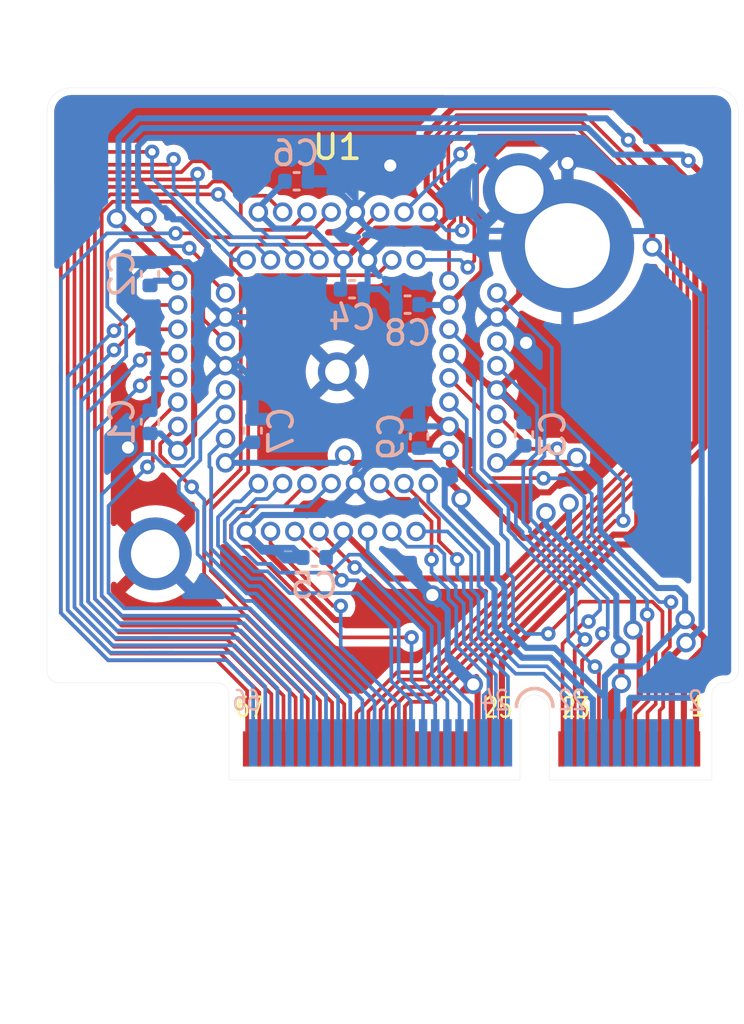
<source format=kicad_pcb>
(kicad_pcb (version 20240108) (generator "pcbnew") (generator_version "8.0")
  (layers (0 "F.Cu" signal) (31 "B.Cu" signal) (34 "B.Paste" user) (35 "F.Paste" user) (36 "B.SilkS" user "B.Silkscreen") (37 "F.SilkS" user "F.Silkscreen") (38 "B.Mask" user) (39 "F.Mask" user) (44 "Edge.Cuts" user))
  (net 0 "")
  (net 1 "GND")
  (net 2 "vccd2")
  (net 3 "vccd1")
  (net 4 "vddio")
  (net 5 "vdda1")
  (net 6 "vdda2")
  (net 7 "vdda")
  (net 8 "vccd")
  (net 12 "~{RST}")
  (net 14 "xclk")
  (net 16 "Caravel_CSB")
  (net 17 "Caravel_D0")
  (net 18 "Caravel_D1")
  (net 19 "mprj_io[37]")
  (net 20 "gpio")
  (net 21 "mprj_io[36]")
  (net 22 "Caravel_SCK")
  (net 23 "mprj_io[35]")
  (net 24 "mprj_io[34]")
  (net 25 "mprj_io[33]")
  (net 26 "mprj_io[32]")
  (net 28 "mprj_io[31]")
  (net 30 "mprj_io[30]")
  (net 32 "mprj_io[29]")
  (net 34 "mprj_io[28]")
  (net 36 "mprj_io[27]")
  (net 37 "mprj_io[0]")
  (net 38 "mprj_io[26]")
  (net 39 "mprj_io[1]_SDO")
  (net 40 "mprj_io[25]")
  (net 41 "mprj_io[2]_SDI")
  (net 42 "mprj_io[24]")
  (net 43 "mprj_io[3]_CSB")
  (net 44 "mprj_io[23]")
  (net 45 "mprj_io[4]_SCK")
  (net 46 "mprj_io[22]")
  (net 47 "mprj_io[5]_ser_rx")
  (net 48 "mprj_io[21]")
  (net 49 "mprj_io[6]_ser_tx")
  (net 50 "mprj_io[20]")
  (net 51 "mprj_io[7]")
  (net 52 "mprj_io[19]")
  (net 53 "mprj_io[8]")
  (net 54 "mprj_io[18]")
  (net 55 "mprj_io[9]")
  (net 56 "mprj_io[17]")
  (net 57 "mprj_io[10]")
  (net 58 "mprj_io[16]")
  (net 59 "mprj_io[11]")
  (net 60 "mprj_io[15]")
  (net 61 "mprj_io[12]")
  (net 62 "mprj_io[14]")
  (net 63 "mprj_io[13]")
  (footprint "User:m2e-card-large" (layer "F.Cu") (at 103.25 107.2)
    (property "Reference" "J1")
    (property "Value" "MICROMOD-2222-Generic")
    (fp_line (start -17.499999 -27.499999) (end -17.5 -4.5) (stroke (width 0.01)) (layer "Edge.Cuts"))
    (fp_line (start -10.5 -4) (end -17.000001 -4) (stroke (width 0.01)) (layer "Edge.Cuts"))
    (fp_line (start -10 0) (end -10 -3.5) (stroke (width 0.01)) (layer "Edge.Cuts"))
    (fp_line (start 2 -2.9) (end 2 0) (stroke (width 0.01)) (layer "Edge.Cuts"))
    (fp_line (start 2 0) (end -10 0) (stroke (width 0.01)) (layer "Edge.Cuts"))
    (fp_line (start 3.2 -2.9) (end 3.2 0) (stroke (width 0.01)) (layer "Edge.Cuts"))
    (fp_line (start 9.9 -3.5) (end 9.9 0) (stroke (width 0.01)) (layer "Edge.Cuts"))
    (fp_line (start 9.9 0) (end 3.2 0) (stroke (width 0.01)) (layer "Edge.Cuts"))
    (fp_line (start 10 -28.5) (end -16.499999 -28.499999) (stroke (width 0.01)) (layer "Edge.Cuts"))
    (fp_line (start 10.5 -4) (end 10.4 -4) (stroke (width 0.01)) (layer "Edge.Cuts"))
    (fp_line (start 11 -27.5) (end 11 -4.5) (stroke (width 0.01)) (layer "Edge.Cuts"))
    (fp_arc (start -17.499999 -27.499999) (mid -17.207106 -28.207106) (end -16.499999 -28.499999) (stroke (width 0.01)) (layer "Edge.Cuts"))
    (fp_arc (start -17.000001 -4) (mid -17.353554 -4.146447) (end -17.500001 -4.5) (stroke (width 0.01)) (layer "Edge.Cuts"))
    (fp_arc (start -10.5 -4) (mid -10.146447 -3.853553) (end -10 -3.5) (stroke (width 0.01)) (layer "Edge.Cuts"))
    (fp_arc (start 2 -2.9) (mid 2.6 -3.5) (end 3.2 -2.9) (stroke (width 0.01)) (layer "Edge.Cuts"))
    (fp_arc (start 9.9 -3.5) (mid 10.046447 -3.853553) (end 10.4 -4) (stroke (width 0.01)) (layer "Edge.Cuts"))
    (fp_arc (start 10 -28.5) (mid 10.707107 -28.207107) (end 11 -27.5) (stroke (width 0.01)) (layer "Edge.Cuts"))
    (fp_arc (start 11 -4.5) (mid 10.853553 -4.146447) (end 10.5 -4) (stroke (width 0.01)) (layer "Edge.Cuts"))
  )
  (footprint "User:Socket-QFN-64-1EP_9x9mm_P0.5mm" (layer "F.Cu") (at 97.715 90.395)
    (property "Reference" "U1")
    (property "Value" "Caravel")
  )
  (footprint "Capacitor_SMD:C_0402_1005Metric" (layer "B.Cu") (at 96.774 98.044)
    (property "Reference" "C5")
    (property "Value" "0.1uf")
  )
  (footprint "Capacitor_SMD:C_0402_1005Metric" (layer "B.Cu") (at 105.41 92.964 -90)
    (property "Reference" "C3")
    (property "Value" "0.1uf")
  )
  (footprint "Capacitor_SMD:C_0402_1005Metric" (layer "B.Cu") (at 100.612 87.63 180)
    (property "Reference" "C8")
    (property "Value" "0.1uf")
  )
  (footprint "Capacitor_SMD:C_0402_1005Metric" (layer "B.Cu") (at 94.23 92.82 -90)
    (property "Reference" "C7")
    (property "Value" "0.1uf")
  )
  (footprint "Capacitor_SMD:C_0402_1005Metric" (layer "B.Cu") (at 98.326 86.995)
    (property "Reference" "C4")
    (property "Value" "0.1uf")
  )
  (footprint "Capacitor_SMD:C_0402_1005Metric" (layer "B.Cu") (at 101.09 93.06 -90)
    (property "Reference" "C9")
    (property "Value" "0.1uf")
  )
  (footprint "Capacitor_SMD:C_0402_1005Metric" (layer "B.Cu") (at 90 86.36 -90)
    (property "Reference" "C2")
    (property "Value" "0.1uf")
  )
  (footprint "Capacitor_SMD:C_0402_1005Metric" (layer "B.Cu") (at 90 92.456 -90)
    (property "Reference" "C1")
    (property "Value" "0.1uf")
  )
  (footprint "Capacitor_SMD:C_0402_1005Metric" (layer "B.Cu") (at 96.04 82.55)
    (property "Reference" "C6")
    (property "Value" "0.1uf")
  )
  (segment (start 104.29 91.145) (end 104.9674 90.4676) (width 0.25) (layer "F.Cu") (net 1))
  (segment (start 108.261546 93.645261) (end 107.836285 93.22) (width 0.25) (layer "F.Cu") (net 1))
  (segment (start 102.9974 94.28103) (end 103.84357 95.1272) (width 0.25) (layer "F.Cu") (net 1))
  (segment (start 105.045619 88.754381) (end 105.181305 88.890067) (width 0.25) (layer "F.Cu") (net 1))
  (segment (start 97.619046 100.615336) (end 98.42 100.615336) (width 0.25) (layer "F.Cu") (net 1))
  (segment (start 98.965 85.79) (end 98.965 85.764695) (width 0.25) (layer "F.Cu") (net 1))
  (segment (start 100.602551 100.615336) (end 101.632346 99.585541) (width 0.25) (layer "F.Cu") (net 1))
  (segment (start 93.97371 96.97) (end 96.926855 99.923145) (width 0.25) (layer "F.Cu") (net 1))
  (segment (start 105.973378 95.36188) (end 106.451712 95.36188) (width 0.25) (layer "F.Cu") (net 1))
  (segment (start 103.320764 103.267211) (end 103.49892 103.445367) (width 0.25) (layer "F.Cu") (net 1))
  (segment (start 96.926855 99.923145) (end 97.619046 100.615336) (width 0.25) (layer "F.Cu") (net 1))
  (segment (start 107.27 93.22) (end 107.0407 92.9907) (width 0.25) (layer "F.Cu") (net 1))
  (segment (start 103.84357 95.1272) (end 105.738698 95.1272) (width 0.25) (layer "F.Cu") (net 1))
  (segment (start 103.49892 103.36) (end 103.504985 103.353935) (width 0.25) (layer "F.Cu") (net 1))
  (segment (start 103.49892 103.241103) (end 103.49892 103.36) (width 0.25) (layer "F.Cu") (net 1))
  (segment (start 98.42 100.615336) (end 100.602551 100.615336) (width 0.25) (layer "F.Cu") (net 1))
  (segment (start 107.836285 93.22) (end 107.27 93.22) (width 0.25) (layer "F.Cu") (net 1))
  (segment (start 108.261546 94.206439) (end 108.261546 93.645261) (width 0.25) (layer "F.Cu") (net 1))
  (segment (start 105.215 87.22) (end 105.215 82.895) (width 0.25) (layer "F.Cu") (net 1))
  (segment (start 102.9974 93.3224) (end 102.9974 94.28103) (width 0.25) (layer "F.Cu") (net 1))
  (segment (start 107.864735 94.60325) (end 108.261546 94.206439) (width 0.25) (layer "F.Cu") (net 1))
  (segment (start 105.181305 90.253695) (end 104.9674 90.4676) (width 0.25) (layer "F.Cu") (net 1))
  (segment (start 105.045619 88.754381) (end 105.495619 89.204381) (width 0.25) (layer "F.Cu") (net 1))
  (segment (start 106.1357 92.9907) (end 104.29 91.145) (width 0.25) (layer "F.Cu") (net 1))
  (segment (start 104.436238 88.145) (end 105.045619 88.754381) (width 0.25) (layer "F.Cu") (net 1))
  (segment (start 104.29 88.145) (end 105.215 87.22) (width 0.25) (layer "F.Cu") (net 1))
  (segment (start 104.29 88.145) (end 104.436238 88.145) (width 0.25) (layer "F.Cu") (net 1))
  (segment (start 89.091558 96.771558) (end 90.215 97.895) (width 0.254) (layer "F.Cu") (net 1))
  (segment (start 107.210342 94.60325) (end 107.864735 94.60325) (width 0.25) (layer "F.Cu") (net 1))
  (segment (start 89.2 96.88) (end 90.215 97.895) (width 0.25) (layer "F.Cu") (net 1))
  (segment (start 105.738698 95.1272) (end 105.973378 95.36188) (width 0.25) (layer "F.Cu") (net 1))
  (segment (start 102.32 92.645) (end 102.9974 93.3224) (width 0.25) (layer "F.Cu") (net 1))
  (segment (start 97.715 90.395) (end 97.385305 90.395) (width 0.25) (layer "F.Cu") (net 1))
  (segment (start 107.0407 92.9907) (end 106.1357 92.9907) (width 0.25) (layer "F.Cu") (net 1))
  (segment (start 103.49892 103.445367) (end 103.49892 105.92746) (width 0.25) (layer "F.Cu") (net 1))
  (segment (start 106.451712 95.36188) (end 107.210342 94.60325) (width 0.25) (layer "F.Cu") (net 1))
  (segment (start 105.181305 88.890067) (end 105.181305 90.253695) (width 0.25) (layer "F.Cu") (net 1))
  (segment (start 89.091558 93.511558) (end 89.091558 96.771558) (width 0.254) (layer "F.Cu") (net 1))
  (segment (start 93.965 96.97) (end 93.97371 96.97) (width 0.25) (layer "F.Cu") (net 1))
  (via (at 99.9 81.9) (size 0.8) (drill 0.5) (layers "F.Cu" "B.Cu") (net 1))
  (via (at 101.632346 99.585541) (size 0.8) (drill 0.5) (layers "F.Cu" "B.Cu") (net 1))
  (via (at 107.2 81.8) (size 0.8) (drill 0.5) (layers "F.Cu" "B.Cu") (net 1))
  (via (at 89.091558 93.511558) (size 0.8) (drill 0.5) (layers "F.Cu" "B.Cu") (net 1))
  (via (at 103.320764 103.267211) (size 0.8) (drill 0.5) (layers "F.Cu" "B.Cu") (net 1))
  (via (at 105.495619 89.204381) (size 0.8) (drill 0.5) (layers "F.Cu" "B.Cu") (net 1))
  (segment (start 108.22872 103.89) (end 108.24872 103.89) (width 0.254) (layer "B.Cu") (net 1))
  (segment (start 106.50832 102.1696) (end 108.22872 103.89) (width 0.254) (layer "B.Cu") (net 1))
  (segment (start 112.556046 85.443954) (end 113.107291 85.995199) (width 0.25) (layer "B.Cu") (net 1))
  (segment (start 90.928276 84.116403) (end 90.775937 83.964063) (width 0.25) (layer "B.Cu") (net 1))
  (segment (start 93.11 88.145) (end 93.084695 88.145) (width 0.25) (layer "B.Cu") (net 1))
  (segment (start 94.23 90.707315) (end 94.23 92.34) (width 0.25) (layer "B.Cu") (net 1))
  (segment (start 113.109291 102.080709) (end 112.57 102.62) (width 0.25) (layer "B.Cu") (net 1))
  (segment (start 90 91.976) (end 89.473 92.503) (width 0.254) (layer "B.Cu") (net 1))
  (segment (start 91.293592 84.116403) (end 91.203597 84.116403) (width 0.25) (layer "B.Cu") (net 1))
  (segment (start 107.875107 80.763016) (end 112.406046 85.293954) (width 0.25) (layer "B.Cu") (net 1))
  (segment (start 112.57 102.62) (end 112.57 103.49) (width 0.254) (layer "B.Cu") (net 1))
  (segment (start 101.4042 85.265) (end 101.2518 85.1126) (width 0.25) (layer "B.Cu") (net 1))
  (segment (start 103.165 85.265) (end 101.4042 85.265) (width 0.25) (layer "B.Cu") (net 1))
  (segment (start 93.965 96.97) (end 94.6424 96.2926) (width 0.25) (layer "B.Cu") (net 1))
  (segment (start 94.6424 97.6474) (end 95.8974 97.6474) (width 0.25) (layer "B.Cu") (net 1))
  (segment (start 98.465 83.254315) (end 98.465 83.82) (width 0.25) (layer "B.Cu") (net 1))
  (segment (start 104.35 80.763016) (end 104.7 80.763016) (width 0.25) (layer "B.Cu") (net 1))
  (segment (start 109.7949 103.82) (end 109.74986 103.86504) (width 0.254) (layer "B.Cu") (net 1))
  (segment (start 101.647989 94.225) (end 101.18 94.225) (width 0.25) (layer "B.Cu") (net 1))
  (segment (start 100.5026 93.1674) (end 100.5026 93.5) (width 0.25) (layer "B.Cu") (net 1))
  (segment (start 90.17 88.22) (end 90.17 91.976) (width 0.25) (layer "B.Cu") (net 1))
  (segment (start 94.234 90.703315) (end 93.675685 90.145) (width 0.25) (layer "B.Cu") (net 1))
  (segment (start 103.892785 99.069712) (end 104.195825 99.372752) (width 0.254) (layer "B.Cu") (net 1))
  (segment (start 112.835 102.355) (end 112.57 102.62) (width 0.254) (layer "B.Cu") (net 1))
  (segment (start 98.465 95) (end 98.465 94.434315) (width 0.25) (layer "B.Cu") (net 1))
  (segment (start 105.41 92.204001) (end 104.350999 91.145) (width 0.25) (layer "B.Cu") (net 1))
  (segment (start 89.507198 82.695324) (end 89.507198 81.101249) (width 0.25) (layer "B.Cu") (net 1))
  (segment (start 92.385 87.445305) (end 92.385 85.74) (width 0.25) (layer "B.Cu") (net 1))
  (segment (start 101.185 92.645) (end 101.092 92.738) (width 0.25) (layer "B.Cu") (net 1))
  (segment (start 93.084695 88.145) (end 92.569847 87.630152) (width 0.25) (layer "B.Cu") (net 1))
  (segment (start 113.107291 88.6) (end 113.109291 88.602) (width 0.25) (layer "B.Cu") (net 1))
  (segment (start 101.09 92.58) (end 100.5026 93.1674) (width 0.25) (layer "B.Cu") (net 1))
  (segment (start 94.1 88.145) (end 94.227 88.145) (width 0.25) (layer "B.Cu") (net 1))
  (segment (start 92.569847 87.630152) (end 92.385 87.445305) (width 0.25) (layer "B.Cu") (net 1))
  (segment (start 93.084695 90.145) (end 91.935 88.995305) (width 0.25) (layer "B.Cu") (net 1))
  (segment (start 93.965 96.97) (end 94.6424 97.6474) (width 0.25) (layer "B.Cu") (net 1))
  (segment (start 101.08 94.225) (end 101.18 94.225) (width 0.25) (layer "B.Cu") (net 1))
  (segment (start 90 85.88) (end 89.33 86.55) (width 0.25) (layer "B.Cu") (net 1))
  (segment (start 89.33 87.38) (end 90.17 88.22) (width 0.25) (layer "B.Cu") (net 1))
  (segment (start 105.41 92.484) (end 105.41 92.204001) (width 0.25) (layer "B.Cu") (net 1))
  (segment (start 103.84 84.04) (end 103.4 83.6) (width 0.25) (layer "B.Cu") (net 1))
  (segment (start 112.406046 85.293954) (end 111.712092 84.6) (width 0.25) (layer "B.Cu") (net 1))
  (segment (start 104.195825 99.372752) (end 104.195825 101.026195) (width 0.254) (layer "B.Cu") (net 1))
  (segment (start 98.806 86.995) (end 98.806 89.304) (width 0.25) (layer "B.Cu") (net 1))
  (segment (start 99.46 80.763016) (end 103.87 80.763016) (width 0.25) (layer "B.Cu") (net 1))
  (segment (start 94.6424 96.2926) (end 97.1724 96.2926) (width 0.25) (layer "B.Cu") (net 1))
  (segment (start 103.84 84.59) (end 107.19 84.59) (width 0.25) (layer "B.Cu") (net 1))
  (segment (start 105.98 80.763016) (end 107.7 80.763016) (width 0.25) (layer "B.Cu") (net 1))
  (segment (start 102.1424 94.719411) (end 101.647989 94.225) (width 0.25) (layer "B.Cu") (net 1))
  (segment (start 107.19 84.59) (end 107.2 84.6) (width 0.25) (layer "B.Cu") (net 1))
  (segment (start 102.32 92.645) (end 102.345305 92.645) (width 0.25) (layer "B.Cu") (net 1))
  (segment (start 101.08 94.225) (end 100.41363 94.225) (width 0.25) (layer "B.Cu") (net 1))
  (segment (start 99.497 86.995) (end 100.132 87.63) (width 0.25) (layer "B.Cu") (net 1))
  (segment (start 107.346984 80.763016) (end 105.215 82.895) (width 0.25) (layer "B.Cu") (net 1))
  (segment (start 113.107291 85.995199) (end 113.107291 88.6) (width 0.25) (layer "B.Cu") (net 1))
  (segment (start 104.350999 91.145) (end 104.29 91.145) (width 0.25) (layer "B.Cu") (net 1))
  (segment (start 101.2518 85.1126) (end 99.6424 85.1126) (width 0.25) (layer "B.Cu") (net 1))
  (segment (start 101.155 92.645) (end 101.09 92.58) (width 0.25) (layer "B.Cu") (net 1))
  (segment (start 98.806 89.304) (end 97.715 90.395) (width 0.25) (layer "B.Cu") (net 1))
  (segment (start 89.33 86.55) (end 89.33 87.38) (width 0.25) (layer "B.Cu") (net 1))
  (segment (start 91.203597 84.116403) (end 90.928276 84.116403) (width 0.25) (layer "B.Cu") (net 1))
  (segment (start 102.267425 100.22062) (end 102.267425 102.213872) (width 0.25) (layer "B.Cu") (net 1))
  (segment (start 91.935 86.235) (end 91.58 85.88) (width 0.25) (layer "B.Cu") (net 1))
  (segment (start 98.965 85.79) (end 98.965 86.836) (width 0.25) (layer "B.Cu") (net 1))
  (segment (start 104.7 80.763016) (end 104.86 80.763016) (width 0.25) (layer "B.Cu") (net 1))
  (segment (start 93.675685 90.145) (end 93.11 90.145) (width 0.25) (layer "B.Cu") (net 1))
  (segment (start 102.267425 102.213872) (end 103.320764 103.267211) (width 0.25) (layer "B.Cu") (net 1))
  (segment (start 102.32 92.645) (end 101.155 92.645) (width 0.25) (layer "B.Cu") (net 1))
  (segment (start 99.6424 85.1126) (end 98.965 85.79) (width 0.25) (layer "B.Cu") (net 1))
  (segment (start 98.465 83.254315) (end 98.465 81.758016) (width 0.25) (layer "B.Cu") (net 1))
  (segment (start 112.57 103.49) (end 112.24 103.82) (width 0.254) (layer "B.Cu") (net 1))
  (segment (start 109.74986 103.86504) (end 109.74986 105.676) (width 0.254) (layer "B.Cu") (net 1))
  (segment (start 107.7 80.763016) (end 107.346984 80.763016) (width 0.25) (layer "B.Cu") (net 1))
  (segment (start 91.935 88.995305) (end 91.935 86.235) (width 0.25) (layer "B.Cu") (net 1))
  (segment (start 97.760685 82.55) (end 98.465 83.254315) (width 0.25) (layer "B.Cu") (net 1))
  (segment (start 92.385 85.207811) (end 91.293592 84.116403) (width 0.25) (layer "B.Cu") (net 1))
  (segment (start 95.8974 97.6474) (end 96.294 98.044) (width 0.25) (layer "B.Cu") (net 1))
  (segment (start 100.5026 93.8676) (end 100.86 94.225) (width 0.25) (layer "B.Cu") (net 1))
  (segment (start 90.775937 83.964063) (end 89.507198 82.695324) (width 0.25) (layer "B.Cu") (net 1))
  (segment (start 103.892785 97.680241) (end 103.892785 99.069712) (width 0.254) (layer "B.Cu") (net 1))
  (segment (start 111.712092 84.6) (end 107.2 84.6) (width 0.25) (layer "B.Cu") (net 1))
  (segment (start 101.632346 99.585541) (end 102.267425 100.22062) (width 0.25) (layer "B.Cu") (net 1))
  (segment (start 89.473 92.503) (end 89.091558 92.884442) (width 0.254) (layer "B.Cu") (net 1))
  (segment (start 100.5026 93.5) (end 100.5026 93.8676) (width 0.25) (layer "B.Cu") (net 1))
  (segment (start 94.23 90.707315) (end 94.23 88.148) (width 0.25) (layer "B.Cu") (net 1))
  (segment (start 104.195825 101.026195) (end 105.33923 102.1696) (width 0.254) (layer "B.Cu") (net 1))
  (segment (start 89.507198 81.101249) (end 89.845431 80.763016) (width 0.25) (layer "B.Cu") (net 1))
  (segment (start 92.385 87.445305) (end 92.385 85.985) (width 0.25) (layer "B.Cu") (net 1))
  (segment (start 112.24 103.82) (end 109.7949 103.82) (width 0.254) (layer "B.Cu") (net 1))
  (segment (start 98.806 86.995) (end 99.497 86.995) (width 0.25) (layer "B.Cu") (net 1))
  (segment (start 104.436238 88.145) (end 105.495619 89.204381) (width 0.25) (layer "B.Cu") (net 1))
  (segment (start 98.965 86.836) (end 98.806 86.995) (width 0.25) (layer "B.Cu") (net 1))
  (segment (start 103.84 84.59) (end 103.84 84.04) (width 0.25) (layer "B.Cu") (net 1))
  (segment (start 103.4 82.063016) (end 104.7 80.763016) (width 0.25) (layer "B.Cu") (net 1))
  (segment (start 94.1 88.145) (end 95.465 88.145) (width 0.25) (layer "B.Cu") (net 1))
  (segment (start 94.234 90.703315) (end 94.23 90.707315) (width 0.25) (layer "B.Cu") (net 1))
  (segment (start 112.406046 85.293954) (end 112.556046 85.443954) (width 0.25) (layer "B.Cu") (net 1))
  (segment (start 95.465 88.145) (end 97.715 90.395) (width 0.25) (layer "B.Cu") (net 1))
  (segment (start 107.7 80.763016) (end 107.875107 80.763016) (width 0.25) (layer "B.Cu") (net 1))
  (segment (start 96.52 82.55) (end 97.760685 82.55) (width 0.25) (layer "B.Cu") (net 1))
  (segment (start 98.465 94.434315) (end 98.674315 94.225) (width 0.25) (layer "B.Cu") (net 1))
  (segment (start 92.385 85.74) (end 92.385 85.207811) (width 0.25) (layer "B.Cu") (net 1))
  (segment (start 104.86 80.763016) (end 105.71 80.763016) (width 0.25) (layer "B.Cu") (net 1))
  (segment (start 113.109291 88.602) (end 113.109291 102.080709) (width 0.25) (layer "B.Cu") (net 1))
  (segment (start 104.29 88.145) (end 104.436238 88.145) (width 0.25) (layer "B.Cu") (net 1))
  (segment (start 93.11 90.145) (end 93.084695 90.145) (width 0.25) (layer "B.Cu") (net 1))
  (segment (start 105.33923 102.1696) (end 106.50832 102.1696) (width 0.254) (layer "B.Cu") (net 1))
  (segment (start 98.674315 94.225) (end 101.08 94.225) (width 0.25) (layer "B.Cu") (net 1))
  (segment (start 94.23 88.148) (end 94.227 88.145) (width 0.25) (layer "B.Cu") (net 1))
  (segment (start 108.24872 103.89) (end 108.24872 105.676) (width 0.254) (layer "B.Cu") (net 1))
  (segment (start 103.87 80.763016) (end 104.35 80.763016) (width 0.25) (layer "B.Cu") (net 1))
  (segment (start 97.1724 96.2926) (end 98.465 95) (width 0.25) (layer "B.Cu") (net 1))
  (segment (start 103.891371 97.678827) (end 103.892785 97.680241) (width 0.254) (layer "B.Cu") (net 1))
  (segment (start 89.845431 80.763016) (end 99.46 80.763016) (width 0.25) (layer "B.Cu") (net 1))
  (segment (start 93.11 88.145) (end 94.1 88.145) (width 0.25) (layer "B.Cu") (net 1))
  (segment (start 105.71 80.763016) (end 105.98 80.763016) (width 0.25) (layer "B.Cu") (net 1))
  (segment (start 89.473 92.503) (end 89.2 92.776) (width 0.254) (layer "B.Cu") (net 1))
  (segment (start 102.1424 95.927028) (end 102.1424 94.719411) (width 0.25) (layer "B.Cu") (net 1))
  (segment (start 100.86 94.225) (end 101.18 94.225) (width 0.25) (layer "B.Cu") (net 1))
  (segment (start 103.4 83.6) (end 103.4 82.063016) (width 0.25) (layer "B.Cu") (net 1))
  (segment (start 89.091558 92.884442) (end 89.091558 93.511558) (width 0.254) (layer "B.Cu") (net 1))
  (segment (start 97.715 90.395) (end 100.5026 93.1826) (width 0.25) (layer "B.Cu") (net 1))
  (segment (start 98.465 81.758016) (end 99.46 80.763016) (width 0.25) (layer "B.Cu") (net 1))
  (segment (start 91.58 85.88) (end 90.17 85.88) (width 0.25) (layer "B.Cu") (net 1))
  (segment (start 100.5026 93.1826) (end 100.5026 93.5) (width 0.25) (layer "B.Cu") (net 1))
  (segment (start 103.892785 97.677413) (end 102.1424 95.927028) (width 0.25) (layer "B.Cu") (net 1))
  (segment (start 103.84 84.59) (end 103.165 85.265) (width 0.25) (layer "B.Cu") (net 1))
  (segment (start 113.23 101) (end 113.23 82.745193) (width 0.254) (layer "F.Cu") (net 2))
  (segment (start 91.8174 86.61) (end 91.8174 86.364411) (width 0.25) (layer "F.Cu") (net 2))
  (segment (start 112.49814 102.67186) (end 112.49814 105.92746) (width 0.254) (layer "F.Cu") (net 2))
  (segment (start 91.8174 92.9676) (end 91.8174 86.61) (width 0.25) (layer "F.Cu") (net 2))
  (segment (start 113.23 101.94) (end 112.49814 102.67186) (width 0.254) (layer "F.Cu") (net 2))
  (segment (start 112.182403 81.697596) (end 112.46 81.975193) (width 0.25) (layer "F.Cu") (net 2))
  (segment (start 91.8174 86.364411) (end 89.875 84.422011) (width 0.25) (layer "F.Cu") (net 2))
  (segment (start 113.23 82.745193) (end 112.46 81.975193) (width 0.254) (layer "F.Cu") (net 2))
  (segment (start 89.875 84.422011) (end 89.875 84.021116) (width 0.25) (layer "F.Cu") (net 2))
  (segment (start 113.23 101) (end 113.23 101.94) (width 0.254) (layer "F.Cu") (net 2))
  (segment (start 91.14 93.645) (end 91.8174 92.9676) (width 0.25) (layer "F.Cu") (net 2))
  (via (at 112.182403 81.697596) (size 0.6) (drill 0.3) (layers "F.Cu" "B.Cu") (net 2))
  (via (at 89.875 84.021116) (size 0.8) (drill 0.5) (layers "F.Cu" "B.Cu") (net 2))
  (segment (start 89.104798 80.934569) (end 89.678752 80.360615) (width 0.25) (layer "B.Cu") (net 2))
  (segment (start 89.104798 83.646677) (end 89.104798 80.934569) (width 0.25) (layer "B.Cu") (net 2))
  (segment (start 111.581966 81.453185) (end 111.937992 81.453185) (width 0.25) (layer "B.Cu") (net 2))
  (segment (start 89.875 84.021116) (end 89.479237 84.021116) (width 0.25) (layer "B.Cu") (net 2))
  (segment (start 90 92.936) (end 90.431 92.936) (width 0.254) (layer "B.Cu") (net 2))
  (segment (start 108.041786 80.360615) (end 109.134356 81.453185) (width 0.25) (layer "B.Cu") (net 2))
  (segment (start 109.134356 81.453185) (end 110.51 81.453185) (width 0.25) (layer "B.Cu") (net 2))
  (segment (start 91.14 93.645) (end 90.879 93.645) (width 0.25) (layer "B.Cu") (net 2))
  (segment (start 89.678752 80.360615) (end 108.041786 80.360615) (width 0.25) (layer "B.Cu") (net 2))
  (segment (start 110.51 81.453185) (end 111.581966 81.453185) (width 0.25) (layer "B.Cu") (net 2))
  (segment (start 90.431 92.936) (end 91.14 93.645) (width 0.254) (layer "B.Cu") (net 2))
  (segment (start 89.479237 84.021116) (end 89.104798 83.646677) (width 0.25) (layer "B.Cu") (net 2))
  (segment (start 111.937992 81.453185) (end 112.182403 81.697596) (width 0.25) (layer "B.Cu") (net 2))
  (segment (start 88.620494 84.125494) (end 91.14 86.645) (width 0.25) (layer "F.Cu") (net 3))
  (segment (start 112.472 93.298842) (end 111.285421 94.485421) (width 0.25) (layer "F.Cu") (net 3))
  (segment (start 88.620494 84.083949) (end 88.620494 84.125494) (width 0.25) (layer "F.Cu") (net 3))
  (segment (start 109.100094 97.1028) (end 109.099594 97.1023) (width 0.254) (layer "F.Cu") (net 3))
  (segment (start 111.285421 94.485421) (end 110.080044 95.690798) (width 0.254) (layer "F.Cu") (net 3))
  (segment (start 112.472 83.61962) (end 112.472 93.298842) (width 0.25) (layer "F.Cu") (net 3))
  (segment (start 109.706283 80.853903) (end 111.22619 82.37381) (width 0.25) (layer "F.Cu") (net 3))
  (segment (start 103.9993 102.202594) (end 103.9993 105.92746) (width 0.254) (layer "F.Cu") (net 3))
  (segment (start 110.080044 95.690798) (end 110.080044 96.763396) (width 0.254) (layer "F.Cu") (net 3))
  (segment (start 109.099594 97.1023) (end 103.9993 102.202594) (width 0.254) (layer "F.Cu") (net 3))
  (segment (start 110.080044 96.763396) (end 109.74064 97.1028) (width 0.254) (layer "F.Cu") (net 3))
  (segment (start 109.74064 97.1028) (end 109.100094 97.1028) (width 0.254) (layer "F.Cu") (net 3))
  (segment (start 111.22619 82.37381) (end 112.472 83.61962) (width 0.25) (layer "F.Cu") (net 3))
  (via (at 109.706283 80.853903) (size 0.6) (drill 0.3) (layers "F.Cu" "B.Cu") (net 3))
  (via (at 88.620494 84.083949) (size 0.8) (drill 0.5) (layers "F.Cu" "B.Cu") (net 3))
  (segment (start 89.512071 79.958216) (end 108.29 79.958216) (width 0.25) (layer "B.Cu") (net 3))
  (segment (start 91.14 86.645) (end 90.195 86.645) (width 0.25) (layer "B.Cu") (net 3))
  (segment (start 88.702397 84.002046) (end 88.620494 84.083949) (width 0.25) (layer "B.Cu") (net 3))
  (segment (start 108.810596 79.958216) (end 109.706283 80.853903) (width 0.25) (layer "B.Cu") (net 3))
  (segment (start 108.45457 79.958216) (end 108.810596 79.958216) (width 0.25) (layer "B.Cu") (net 3))
  (segment (start 88.702397 80.76789) (end 89.512071 79.958216) (width 0.25) (layer "B.Cu") (net 3))
  (segment (start 88.702397 83.54) (end 88.702397 80.76789) (width 0.25) (layer "B.Cu") (net 3))
  (segment (start 88.702397 83.54) (end 88.702397 84.207397) (width 0.25) (layer "B.Cu") (net 3))
  (segment (start 88.702397 83.54) (end 88.702397 84.159566) (width 0.25) (layer "B.Cu") (net 3))
  (segment (start 108.29 79.958216) (end 108.45457 79.958216) (width 0.25) (layer "B.Cu") (net 3))
  (segment (start 90.195 86.645) (end 90 86.84) (width 0.25) (layer "B.Cu") (net 3))
  (segment (start 88.702397 83.54) (end 88.702397 84.002046) (width 0.25) (layer "B.Cu") (net 3))
  (segment (start 112.049891 100.598056) (end 112.092772 100.598056) (width 0.25) (layer "F.Cu") (net 4))
  (segment (start 102.8193 95.396312) (end 102.8193 95.63) (width 0.25) (layer "F.Cu") (net 4))
  (segment (start 107.368261 94.145) (end 107.584146 93.929115) (width 0.25) (layer "F.Cu") (net 4))
  (segment (start 98.02 93.83) (end 98.34 94.15) (width 0.25) (layer "F.Cu") (net 4))
  (segment (start 112.8236 101.771664) (end 111.99776 102.597504) (width 0.254) (layer "F.Cu") (net 4))
  (segment (start 106.35 94.145) (end 107.368261 94.145) (width 0.25) (layer "F.Cu") (net 4))
  (segment (start 112.8236 101.328884) (end 112.8236 101.771664) (width 0.25) (layer "F.Cu") (net 4))
  (segment (start 98.34 94.15) (end 101.572989 94.15) (width 0.25) (layer "F.Cu") (net 4))
  (segment (start 107.584146 93.929115) (end 107.584146 93.92585) (width 0.25) (layer "F.Cu") (net 4))
  (segment (start 111.99776 102.597504) (end 111.99776 105.92746) (width 0.254) (layer "F.Cu") (net 4))
  (segment (start 112.092772 100.598056) (end 112.8236 101.328884) (width 0.25) (layer "F.Cu") (net 4))
  (segment (start 106.35 94.145) (end 104.29 94.145) (width 0.25) (layer "F.Cu") (net 4))
  (segment (start 101.572989 94.15) (end 102.8193 95.396312) (width 0.25) (layer "F.Cu") (net 4))
  (via (at 102.8193 95.63) (size 0.8) (drill 0.5) (layers "F.Cu" "B.Cu") (net 4))
  (via (at 112.049891 100.598056) (size 0.8) (drill 0.5) (layers "F.Cu" "B.Cu") (net 4))
  (via (at 107.584146 93.92585) (size 0.8) (drill 0.5) (layers "F.Cu" "B.Cu") (net 4))
  (via (at 98.02 93.83) (size 0.8) (drill 0.5) (layers "F.Cu" "B.Cu") (net 4))
  (segment (start 105.507566 101.7632) (end 104.602225 100.857859) (width 0.254) (layer "B.Cu") (net 4))
  (segment (start 112.049891 100.598056) (end 112.049891 100.110109) (width 0.25) (layer "B.Cu") (net 4))
  (segment (start 102.8193 95.63) (end 102.8193 96.034848) (width 0.25) (layer "B.Cu") (net 4))
  (segment (start 108.7491 103.815644) (end 108.7491 104.4) (width 0.254) (layer "B.Cu") (net 4))
  (segment (start 104.29 94.145) (end 104.709 94.145) (width 0.25) (layer "B.Cu") (net 4))
  (segment (start 108.555262 96.944078) (end 110.911816 99.300632) (width 0.25) (layer "B.Cu") (net 4))
  (segment (start 108.7491 104.4) (end 108.7491 105.076) (width 0.254) (layer "B.Cu") (net 4))
  (segment (start 110.119041 102.528906) (end 112.049891 100.598056) (width 0.25) (layer "B.Cu") (net 4))
  (segment (start 107.851728 102.938272) (end 107.871728 102.938272) (width 0.254) (layer "B.Cu") (net 4))
  (segment (start 107.871728 102.938272) (end 108.7491 103.815644) (width 0.254) (layer "B.Cu") (net 4))
  (segment (start 93.980305 93.3) (end 93.135305 94.145) (width 0.25) (layer "B.Cu") (net 4))
  (segment (start 94.23 93.3) (end 93.980305 93.3) (width 0.25) (layer "B.Cu") (net 4))
  (segment (start 104.602225 99.204416) (end 104.299185 98.901376) (width 0.254) (layer "B.Cu") (net 4))
  (segment (start 109.158906 102.528906) (end 110.119041 102.528906) (width 0.25) (layer "B.Cu") (net 4))
  (segment (start 108.555262 94.896967) (end 108.555262 96.944078) (width 0.25) (layer "B.Cu") (net 4))
  (segment (start 104.709 94.145) (end 105.41 93.444) (width 0.25) (layer "B.Cu") (net 4))
  (segment (start 97.705 94.145) (end 98.02 93.83) (width 0.25) (layer "B.Cu") (net 4))
  (segment (start 106.58 101.7632) (end 106.56 101.7632) (width 0.254) (layer "B.Cu") (net 4))
  (segment (start 106.676656 101.7632) (end 107.851728 102.938272) (width 0.254) (layer "B.Cu") (net 4))
  (segment (start 110.911816 99.300632) (end 111.705272 99.300632) (width 0.25) (layer "B.Cu") (net 4))
  (segment (start 111.705272 99.300632) (end 112.049891 99.645251) (width 0.25) (layer "B.Cu") (net 4))
  (segment (start 109.048906 102.638906) (end 109.158906 102.528906) (width 0.25) (layer "B.Cu") (net 4))
  (segment (start 107.584146 93.92585) (end 108.555262 94.896966) (width 0.25) (layer "B.Cu") (net 4))
  (segment (start 93.135305 94.145) (end 93.11 94.145) (width 0.25) (layer "B.Cu") (net 4))
  (segment (start 108.7491 105.076) (end 108.742562 105.069462) (width 0.254) (layer "B.Cu") (net 4))
  (segment (start 93.11 94.145) (end 97.705 94.145) (width 0.25) (layer "B.Cu") (net 4))
  (segment (start 108.7491 104.4) (end 108.7491 105.676) (width 0.254) (layer "B.Cu") (net 4))
  (segment (start 104.299185 98.901376) (end 104.299185 97.511905) (width 0.254) (layer "B.Cu") (net 4))
  (segment (start 112.049891 99.645251) (end 112.049891 100.598056) (width 0.25) (layer "B.Cu") (net 4))
  (segment (start 108.742562 105.069462) (end 108.742562 102.94525) (width 0.254) (layer "B.Cu") (net 4))
  (segment (start 102.8193 96.03202) (end 102.8193 95.63) (width 0.254) (layer "B.Cu") (net 4))
  (segment (start 106.56 101.7632) (end 106.676656 101.7632) (width 0.254) (layer "B.Cu") (net 4))
  (segment (start 104.299185 97.511905) (end 102.8193 96.03202) (width 0.254) (layer "B.Cu") (net 4))
  (segment (start 108.742562 102.94525) (end 109.048906 102.638906) (width 0.254) (layer "B.Cu") (net 4))
  (segment (start 104.602225 100.857859) (end 104.602225 99.204416) (width 0.254) (layer "B.Cu") (net 4))
  (segment (start 106.56 101.7632) (end 105.507566 101.7632) (width 0.254) (layer "B.Cu") (net 4))
  (segment (start 99.299611 84.4974) (end 101.74559 84.4974) (width 0.25) (layer "F.Cu") (net 5))
  (segment (start 101.4 82.831518) (end 101.4 80.6) (width 0.25) (layer "F.Cu") (net 5))
  (segment (start 110.486444 95.859134) (end 110.486444 96.931732) (width 0.254) (layer "F.Cu") (net 5))
  (segment (start 98.007011 85.79) (end 99.299611 84.4974) (width 0.25) (layer "F.Cu") (net 5))
  (segment (start 112.85 93.495578) (end 111.522789 94.822789) (width 0.25) (layer "F.Cu") (net 5))
  (segment (start 110.486444 96.931732) (end 109.908976 97.5092) (width 0.254) (layer "F.Cu") (net 5))
  (segment (start 102.181495 83.613013) (end 101.4 82.831518) (width 0.25) (layer "F.Cu") (net 5))
  (segment (start 109.26843 97.5092) (end 109.26793 97.5087) (width 0.254) (layer "F.Cu") (net 5))
  (segment (start 104.49968 102.27695) (end 104.49968 105.92746) (width 0.254) (layer "F.Cu") (net 5))
  (segment (start 109.168946 79.5) (end 112.85 83.181054) (width 0.25) (layer "F.Cu") (net 5))
  (segment (start 102.5 79.5) (end 109.168946 79.5) (width 0.25) (layer "F.Cu") (net 5))
  (segment (start 109.26793 97.5087) (end 104.49968 102.27695) (width 0.254) (layer "F.Cu") (net 5))
  (segment (start 102.181495 84.061495) (end 102.181495 83.613013) (width 0.25) (layer "F.Cu") (net 5))
  (segment (start 101.74559 84.4974) (end 102.181495 84.061495) (width 0.25) (layer "F.Cu") (net 5))
  (segment (start 101.4 80.6) (end 102.5 79.5) (width 0.25) (layer "F.Cu") (net 5))
  (segment (start 111.522789 94.822789) (end 110.486444 95.859134) (width 0.254) (layer "F.Cu") (net 5))
  (segment (start 112.85 83.181054) (end 112.85 93.495578) (width 0.25) (layer "F.Cu") (net 5))
  (segment (start 97.965 85.79) (end 98.007011 85.79) (width 0.25) (layer "F.Cu") (net 5))
  (segment (start 109.908976 97.5092) (end 109.26843 97.5092) (width 0.254) (layer "F.Cu") (net 5))
  (segment (start 94.465 83.645) (end 95.56 82.55) (width 0.25) (layer "B.Cu") (net 5))
  (segment (start 94.465 83.82) (end 94.465 83.645) (width 0.25) (layer "B.Cu") (net 5))
  (segment (start 97.965 85.79) (end 97.965 85.764695) (width 0.25) (layer "B.Cu") (net 5))
  (segment (start 95.1424 84.4974) (end 96.6724 84.4974) (width 0.25) (layer "B.Cu") (net 5))
  (segment (start 97.965 85.79) (end 97.965 86.876) (width 0.25) (layer "B.Cu") (net 5))
  (segment (start 96.6724 84.4974) (end 97.965 85.79) (width 0.25) (layer "B.Cu") (net 5))
  (segment (start 97.965 86.876) (end 97.846 86.995) (width 0.25) (layer "B.Cu") (net 5))
  (segment (start 94.465 83.82) (end 95.1424 84.4974) (width 0.25) (layer "B.Cu") (net 5))
  (segment (start 104.566585 98.908141) (end 99.903141 98.908141) (width 0.25) (layer "F.Cu") (net 6))
  (segment (start 110.17912 101.2956) (end 110.17912 102.05) (width 0.25) (layer "F.Cu") (net 6))
  (segment (start 107.268262 95.818262) (end 107.268262 96.206464) (width 0.25) (layer "F.Cu") (net 6))
  (segment (start 109.906943 101.023423) (end 110.17912 101.2956) (width 0.25) (layer "F.Cu") (net 6))
  (segment (start 110.17912 102.05) (end 110.17912 103.804522) (width 0.254) (layer "F.Cu") (net 6))
  (segment (start 107.268262 96.206464) (end 104.566585 98.908141) (width 0.25) (layer "F.Cu") (net 6))
  (segment (start 99.903141 98.908141) (end 97.965 96.97) (width 0.25) (layer "F.Cu") (net 6))
  (segment (start 110.17912 103.804522) (end 109.4984 104.485242) (width 0.254) (layer "F.Cu") (net 6))
  (segment (start 109.4984 104.485242) (end 109.4984 105.92746) (width 0.254) (layer "F.Cu") (net 6))
  (via (at 109.906943 101.023423) (size 0.8) (drill 0.5) (layers "F.Cu" "B.Cu") (net 6))
  (via (at 107.268262 95.818262) (size 0.8) (drill 0.5) (layers "F.Cu" "B.Cu") (net 6))
  (segment (start 97.965 96.97) (end 97.965 97.333) (width 0.25) (layer "B.Cu") (net 6))
  (segment (start 97.965 97.333) (end 97.254 98.044) (width 0.25) (layer "B.Cu") (net 6))
  (segment (start 107.268262 97.088262) (end 109.906943 99.726943) (width 0.25) (layer "B.Cu") (net 6))
  (segment (start 109.906943 99.726943) (end 109.906943 101.023423) (width 0.25) (layer "B.Cu") (net 6))
  (segment (start 107.268262 95.818262) (end 107.268262 97.088262) (width 0.25) (layer "B.Cu") (net 6))
  (segment (start 102.32 87.645) (end 103.69361 86.27139) (width 0.25) (layer "F.Cu") (net 7))
  (segment (start 110.6979 84.351082) (end 110.6979 85.2525) (width 0.25) (layer "F.Cu") (net 7))
  (segment (start 108.873409 82.526591) (end 109.7063 83.359482) (width 0.25) (layer "F.Cu") (net 7))
  (segment (start 103.69361 84.214893) (end 103.425095 83.946379) (width 0.25) (layer "F.Cu") (net 7))
  (segment (start 112.08594 101.549213) (end 111.49992 102.135233) (width 0.254) (layer "F.Cu") (net 7))
  (segment (start 103.425095 83.946379) (end 103.425095 82.205788) (width 0.25) (layer "F.Cu") (net 7))
  (segment (start 111.49992 102.135233) (end 111.49992 105.92746) (width 0.254) (layer "F.Cu") (net 7))
  (segment (start 103.69361 86.27139) (end 103.69361 84.214893) (width 0.25) (layer "F.Cu") (net 7))
  (segment (start 109.123409 82.776591) (end 110.6979 84.351082) (width 0.25) (layer "F.Cu") (net 7))
  (segment (start 107.346419 80.9996) (end 108.873409 82.526591) (width 0.25) (layer "F.Cu") (net 7))
  (segment (start 108.873409 82.526591) (end 109.123409 82.776591) (width 0.25) (layer "F.Cu") (net 7))
  (segment (start 104.631283 80.9996) (end 107.346419 80.9996) (width 0.25) (layer "F.Cu") (net 7))
  (segment (start 103.425095 82.205788) (end 104.631283 80.9996) (width 0.25) (layer "F.Cu") (net 7))
  (via (at 110.6979 85.2525) (size 0.8) (drill 0.5) (layers "F.Cu" "B.Cu") (net 7))
  (via (at 112.08594 101.549213) (size 0.8) (drill 0.5) (layers "F.Cu" "B.Cu") (net 7))
  (segment (start 112.08594 101.549213) (end 112.729291 100.905862) (width 0.254) (layer "B.Cu") (net 7))
  (segment (start 102.32 87.645) (end 101.107 87.645) (width 0.25) (layer "B.Cu") (net 7))
  (segment (start 112.08594 101.549213) (end 112.357953 101.2772) (width 0.254) (layer "B.Cu") (net 7))
  (segment (start 112.729291 87.929291) (end 112.729291 95.6) (width 0.25) (layer "B.Cu") (net 7))
  (segment (start 101.107 87.645) (end 101.092 87.63) (width 0.25) (layer "B.Cu") (net 7))
  (segment (start 110.6979 85.2525) (end 112.729291 87.283891) (width 0.25) (layer "B.Cu") (net 7))
  (segment (start 112.729291 87.283891) (end 112.729291 87.929291) (width 0.25) (layer "B.Cu") (net 7))
  (segment (start 112.729291 100.905862) (end 112.729291 95.6) (width 0.254) (layer "B.Cu") (net 7))
  (segment (start 109.421962 101.856797) (end 109.383941 101.818776) (width 0.254) (layer "F.Cu") (net 8))
  (segment (start 105.645 97.235) (end 105.382288 97.235) (width 0.25) (layer "F.Cu") (net 8))
  (segment (start 106.313045 96.204399) (end 106.313045 96.566955) (width 0.25) (layer "F.Cu") (net 8))
  (segment (start 105.382288 97.235) (end 102.32 94.172711) (width 0.25) (layer "F.Cu") (net 8))
  (segment (start 108.99802 103.650609) (end 108.99802 105.92746) (width 0.254) (layer "F.Cu") (net 8))
  (segment (start 102.32 94.172711) (end 102.32 93.645) (width 0.25) (layer "F.Cu") (net 8))
  (segment (start 106.313045 96.566955) (end 105.645 97.235) (width 0.25) (layer "F.Cu") (net 8))
  (segment (start 109.421962 103.226667) (end 109.421962 101.856797) (width 0.254) (layer "F.Cu") (net 8))
  (segment (start 109.421962 103.226667) (end 108.99802 103.650609) (width 0.254) (layer "F.Cu") (net 8))
  (via (at 106.313045 96.204399) (size 0.8) (drill 0.5) (layers "F.Cu" "B.Cu") (net 8))
  (via (at 109.383941 101.818776) (size 0.8) (drill 0.5) (layers "F.Cu" "B.Cu") (net 8))
  (via (at 109.421962 103.226667) (size 0.8) (drill 0.5) (layers "F.Cu" "B.Cu") (net 8))
  (segment (start 102.32 93.645) (end 101.195 93.645) (width 0.25) (layer "B.Cu") (net 8))
  (segment (start 109.24948 105.076) (end 109.24948 103.399149) (width 0.254) (layer "B.Cu") (net 8))
  (segment (start 109.21444 99.60352) (end 109.21444 101.297617) (width 0.25) (layer "B.Cu") (net 8))
  (segment (start 109.383941 101.818776) (end 109.383941 101.467118) (width 0.254) (layer "B.Cu") (net 8))
  (segment (start 106.313045 96.702125) (end 109.21444 99.60352) (width 0.25) (layer "B.Cu") (net 8))
  (segment (start 102.32 93.645) (end 102.32 93.769385) (width 0.25) (layer "B.Cu") (net 8))
  (segment (start 109.24948 103.399149) (end 109.421962 103.226667) (width 0.254) (layer "B.Cu") (net 8))
  (segment (start 106.313045 96.204399) (end 106.313045 96.702125) (width 0.25) (layer "B.Cu") (net 8))
  (segment (start 109.24948 104.4) (end 109.24948 105.676) (width 0.254) (layer "B.Cu") (net 8))
  (segment (start 109.21444 101.297617) (end 109.383941 101.467118) (width 0.25) (layer "B.Cu") (net 8))
  (segment (start 102.32 93.645) (end 102.610961 93.645) (width 0.25) (layer "B.Cu") (net 8))
  (segment (start 109.24948 105.076) (end 109.24948 104.4) (width 0.254) (layer "B.Cu") (net 8))
  (segment (start 109.24948 104.4) (end 109.24948 103.790684) (width 0.254) (layer "B.Cu") (net 8))
  (segment (start 101.195 93.645) (end 101.09 93.54) (width 0.25) (layer "B.Cu") (net 8))
  (segment (start 101.145 93.645) (end 101.092 93.698) (width 0.25) (layer "B.Cu") (net 8))
  (segment (start 111.14432 101.987939) (end 111.42086 101.711399) (width 0.1524) (layer "F.Cu") (net 12))
  (segment (start 110.99954 104.3491) (end 111.14432 104.20432) (width 0.1524) (layer "F.Cu") (net 12))
  (segment (start 111.466105 99.878032) (end 111.421791 99.922346) (width 0.1524) (layer "F.Cu") (net 12))
  (segment (start 111.42086 99.923277) (end 111.466105 99.878032) (width 0.1524) (layer "F.Cu") (net 12))
  (segment (start 110.99954 105.92746) (end 110.99954 104.3491) (width 0.1524) (layer "F.Cu") (net 12))
  (segment (start 104.29 92.145) (end 105.7131 93.5681) (width 0.1524) (layer "F.Cu") (net 12))
  (segment (start 111.14432 104.20432) (end 111.14432 101.987939) (width 0.1524) (layer "F.Cu") (net 12))
  (segment (start 111.42086 101.711399) (end 111.42086 99.923277) (width 0.1524) (layer "F.Cu") (net 12))
  (segment (start 105.7131 93.5681) (end 106.7815 93.5681) (width 0.1524) (layer "F.Cu") (net 12))
  (via (at 111.466105 99.878032) (size 0.6) (drill 0.3) (layers "F.Cu" "B.Cu") (net 12))
  (via (at 106.7815 93.5681) (size 0.6) (drill 0.3) (layers "F.Cu" "B.Cu") (net 12))
  (segment (start 110.98915 99.878032) (end 111.466105 99.878032) (width 0.1524) (layer "B.Cu") (net 12))
  (segment (start 108.201662 95.431635) (end 108.201662 97.090544) (width 0.1524) (layer "B.Cu") (net 12))
  (segment (start 106.7815 94.011473) (end 108.201662 95.431635) (width 0.1524) (layer "B.Cu") (net 12))
  (segment (start 108.201662 97.090544) (end 110.98915 99.878032) (width 0.1524) (layer "B.Cu") (net 12))
  (segment (start 106.7815 93.5681) (end 106.7815 94.011473) (width 0.1524) (layer "B.Cu") (net 12))
  (segment (start 110.83952 101.76654) (end 110.83952 104.078068) (width 0.1524) (layer "F.Cu") (net 14))
  (segment (start 110.83952 104.078068) (end 110.49916 104.418428) (width 0.1524) (layer "F.Cu") (net 14))
  (segment (start 110.49916 104.418428) (end 110.49916 105.92746) (width 0.1524) (layer "F.Cu") (net 14))
  (segment (start 110.702797 99.861572) (end 111.11606 100.274835) (width 0.1524) (layer "F.Cu") (net 14))
  (segment (start 107.733079 99.861572) (end 110.702797 99.861572) (width 0.1524) (layer "F.Cu") (net 14))
  (segment (start 106.410351 101.1843) (end 107.733079 99.861572) (width 0.1524) (layer "F.Cu") (net 14))
  (segment (start 111.11606 100.274835) (end 111.11606 101.49) (width 0.1524) (layer "F.Cu") (net 14))
  (segment (start 111.11606 101.49) (end 110.83952 101.76654) (width 0.1524) (layer "F.Cu") (net 14))
  (via (at 106.410351 101.1843) (size 0.6) (drill 0.3) (layers "F.Cu" "B.Cu") (net 14))
  (segment (start 104.740245 98.650079) (end 104.865083 98.774917) (width 0.1524) (layer "B.Cu") (net 14))
  (segment (start 104.957825 100.12) (end 104.957825 100.657825) (width 0.1524) (layer "B.Cu") (net 14))
  (segment (start 102.32 91.645) (end 103.0518 92.3768) (width 0.1524) (layer "B.Cu") (net 14))
  (segment (start 104.465245 97.075245) (end 104.71 97.32) (width 0.1524) (layer "B.Cu") (net 14))
  (segment (start 103.0518 94.657879) (end 103.551961 95.15804) (width 0.1524) (layer "B.Cu") (net 14))
  (segment (start 106.404651 101.19) (end 106.410351 101.1843) (width 0.1524) (layer "B.Cu") (net 14))
  (segment (start 103.0518 92.3768) (end 103.0518 92.59) (width 0.1524) (layer "B.Cu") (net 14))
  (segment (start 103.0518 92.59) (end 103.0518 94.657879) (width 0.1524) (layer "B.Cu") (net 14))
  (segment (start 104.740245 98.29) (end 104.740245 98.650079) (width 0.1524) (layer "B.Cu") (net 14))
  (segment (start 104.957825 98.867659) (end 104.957825 99.35171) (width 0.1524) (layer "B.Cu") (net 14))
  (segment (start 104.865083 98.774917) (end 104.957825 98.867659) (width 0.1524) (layer "B.Cu") (net 14))
  (segment (start 103.551961 95.15804) (end 104.236961 95.84304) (width 0.1524) (layer "B.Cu") (net 14))
  (segment (start 104.957825 100.657825) (end 105.49 101.19) (width 0.1524) (layer "B.Cu") (net 14))
  (segment (start 105.49 101.19) (end 106.404651 101.19) (width 0.1524) (layer "B.Cu") (net 14))
  (segment (start 104.465245 96.071324) (end 104.465245 96.48) (width 0.1524) (layer "B.Cu") (net 14))
  (segment (start 104.71 97.32) (end 104.740245 97.350245) (width 0.1524) (layer "B.Cu") (net 14))
  (segment (start 104.740245 97.350245) (end 104.740245 98.29) (width 0.1524) (layer "B.Cu") (net 14))
  (segment (start 104.465245 96.48) (end 104.465245 97.075245) (width 0.1524) (layer "B.Cu") (net 14))
  (segment (start 104.957825 99.35171) (end 104.957825 100.12) (width 0.1524) (layer "B.Cu") (net 14))
  (segment (start 104.236961 95.84304) (end 104.465245 96.071324) (width 0.1524) (layer "B.Cu") (net 14))
  (segment (start 110.53472 100.9) (end 110.53472 100.441049) (width 0.1524) (layer "F.Cu") (net 16))
  (segment (start 109.99878 104.487756) (end 109.99878 105.92746) (width 0.1524) (layer "F.Cu") (net 16))
  (segment (start 104.029625 94.7736) (end 104.38 94.7736) (width 0.1524) (layer "F.Cu") (net 16))
  (segment (start 110.53472 102.28) (end 110.53472 100.4) (width 0.1524) (layer "F.Cu") (net 16))
  (segment (start 110.53472 103.951816) (end 109.99878 104.487756) (width 0.1524) (layer "F.Cu") (net 16))
  (segment (start 102.32 90.645) (end 103.6614 91.9864) (width 0.1524) (layer "F.Cu") (net 16))
  (segment (start 110.53472 100.441049) (end 110.483843 100.390172) (width 0.1524) (layer "F.Cu") (net 16))
  (segment (start 103.6614 91.9864) (end 103.6614 92.22) (width 0.1524) (layer "F.Cu") (net 16))
  (segment (start 110.53472 102.28) (end 110.53472 103.951816) (width 0.1524) (layer "F.Cu") (net 16))
  (segment (start 104.38 94.7736) (end 106.201665 94.7736) (width 0.1524) (layer "F.Cu") (net 16))
  (segment (start 106.201665 94.7736) (end 106.212545 94.78448) (width 0.1524) (layer "F.Cu") (net 16))
  (segment (start 103.6614 94.405375) (end 104.029625 94.7736) (width 0.1524) (layer "F.Cu") (net 16))
  (segment (start 103.6614 92.22) (end 103.6614 94.405375) (width 0.1524) (layer "F.Cu") (net 16))
  (segment (start 110.53472 102.28) (end 110.53472 100.9) (width 0.1524) (layer "F.Cu") (net 16))
  (via (at 110.483843 100.390172) (size 0.6) (drill 0.3) (layers "F.Cu" "B.Cu") (net 16))
  (via (at 106.212545 94.78448) (size 0.6) (drill 0.3) (layers "F.Cu" "B.Cu") (net 16))
  (segment (start 107.123455 94.78448) (end 107.896862 95.557887) (width 0.1524) (layer "B.Cu") (net 16))
  (segment (start 110.483843 100.390172) (end 110.483843 99.803777) (width 0.1524) (layer "B.Cu") (net 16))
  (segment (start 106.212545 94.78448) (end 107.123455 94.78448) (width 0.1524) (layer "B.Cu") (net 16))
  (segment (start 110.483843 99.803777) (end 107.896862 97.216796) (width 0.1524) (layer "B.Cu") (net 16))
  (segment (start 107.896862 95.557887) (end 107.896862 97.216796) (width 0.1524) (layer "B.Cu") (net 16))
  (segment (start 108.49764 102.702907) (end 108.49764 105.92746) (width 0.1524) (layer "F.Cu") (net 17))
  (segment (start 108.33193 102.537197) (end 108.49764 102.702907) (width 0.1524) (layer "F.Cu") (net 17))
  (via (at 108.33193 102.537197) (size 0.6) (drill 0.3) (layers "F.Cu" "B.Cu") (net 17))
  (segment (start 105.045045 97.200001) (end 104.770045 96.925) (width 0.1524) (layer "B.Cu") (net 17))
  (segment (start 104.770045 95.945072) (end 103.3566 94.531627) (width 0.1524) (layer "B.Cu") (net 17))
  (segment (start 103.3566 90.6816) (end 102.32 89.645) (width 0.1524) (layer "B.Cu") (net 17))
  (segment (start 103.3566 94.531627) (end 103.3566 90.6816) (width 0.1524) (layer "B.Cu") (net 17))
  (segment (start 107.235232 99.427116) (end 105.045045 97.236929) (width 0.1524) (layer "B.Cu") (net 17))
  (segment (start 105.045045 97.236929) (end 105.045045 97.200001) (width 0.1524) (layer "B.Cu") (net 17))
  (segment (start 104.770045 96.925) (end 104.770045 95.945072) (width 0.1524) (layer "B.Cu") (net 17))
  (segment (start 108.297197 102.537197) (end 107.235232 101.475232) (width 0.1524) (layer "B.Cu") (net 17))
  (segment (start 107.235232 101.475232) (end 107.235232 99.427116) (width 0.1524) (layer "B.Cu") (net 17))
  (segment (start 108.33193 102.537197) (end 108.297197 102.537197) (width 0.1524) (layer "B.Cu") (net 17))
  (segment (start 107.80422 104.22) (end 107.9998 104.41558) (width 0.1524) (layer "F.Cu") (net 18))
  (segment (start 108.460043 101.630043) (end 108.55364 101.536446) (width 0.1524) (layer "F.Cu") (net 18))
  (segment (start 108.305043 101.785043) (end 108.638001 101.452085) (width 0.1524) (layer "F.Cu") (net 18))
  (segment (start 108.430043 101.660043) (end 108.460043 101.630043) (width 0.1524) (layer "F.Cu") (net 18))
  (segment (start 108.638001 101.452085) (end 108.430043 101.660043) (width 0.1524) (layer "F.Cu") (net 18))
  (segment (start 108.460043 101.630043) (end 107.80422 102.285866) (width 0.1524) (layer "F.Cu") (net 18))
  (segment (start 107.9998 104.41558) (end 107.9998 105.92746) (width 0.1524) (layer "F.Cu") (net 18))
  (segment (start 108.305043 101.785043) (end 108.430043 101.660043) (width 0.1524) (layer "F.Cu") (net 18))
  (segment (start 108.110043 101.980043) (end 108.55364 101.536446) (width 0.1524) (layer "F.Cu") (net 18))
  (segment (start 108.110043 101.980043) (end 108.305043 101.785043) (width 0.1524) (layer "F.Cu") (net 18))
  (segment (start 107.80422 102.285866) (end 107.80422 104.22) (width 0.1524) (layer "F.Cu") (net 18))
  (segment (start 107.9998 102.090287) (end 108.110043 101.980043) (width 0.1524) (layer "F.Cu") (net 18))
  (via (at 108.638001 101.18) (size 0.6) (drill 0.3) (layers "F.Cu" "B.Cu") (net 18))
  (segment (start 105.684445 96.464774) (end 105.684445 94.435767) (width 0.1524) (layer "B.Cu") (net 18))
  (segment (start 105.959445 96.848591) (end 105.959445 96.739774) (width 0.1524) (layer "B.Cu") (net 18))
  (segment (start 106.2534 91.1084) (end 104.29 89.145) (width 0.1524) (layer "B.Cu") (net 18))
  (segment (start 108.638001 101.18) (end 108.86084 100.957161) (width 0.1524) (layer "B.Cu") (net 18))
  (segment (start 108.86084 99.749986) (end 105.959445 96.848591) (width 0.1524) (layer "B.Cu") (net 18))
  (segment (start 108.86084 100.957161) (end 108.86084 99.749986) (width 0.1524) (layer "B.Cu") (net 18))
  (segment (start 106.2534 93.866812) (end 106.2534 91.1084) (width 0.1524) (layer "B.Cu") (net 18))
  (segment (start 105.684445 94.435767) (end 106.2534 93.866812) (width 0.1524) (layer "B.Cu") (net 18))
  (segment (start 105.959445 96.739774) (end 105.684445 96.464774) (width 0.1524) (layer "B.Cu") (net 18))
  (segment (start 103.840225 99.520046) (end 103.537185 99.217006) (width 0.1524) (layer "B.Cu") (net 19))
  (segment (start 103.840225 101.173489) (end 103.840225 99.520046) (width 0.1524) (layer "B.Cu") (net 19))
  (segment (start 103.537185 99.217006) (end 103.537185 97.821879) (width 0.1524) (layer "B.Cu") (net 19))
  (segment (start 101.465 95.749694) (end 101.465 95) (width 0.1524) (layer "B.Cu") (net 19))
  (segment (start 105.191936 102.5252) (end 103.840225 101.173489) (width 0.1524) (layer "B.Cu") (net 19))
  (segment (start 106.354212 102.5252) (end 107.74834 103.919328) (width 0.1524) (layer "B.Cu") (net 19))
  (segment (start 105.75 102.5252) (end 105.191936 102.5252) (width 0.1524) (layer "B.Cu") (net 19))
  (segment (start 105.75 102.5252) (end 106.354212 102.5252) (width 0.1524) (layer "B.Cu") (net 19))
  (segment (start 103.537185 97.821879) (end 101.465 95.749694) (width 0.1524) (layer "B.Cu") (net 19))
  (segment (start 107.74834 103.919328) (end 107.74834 105.676) (width 0.1524) (layer "B.Cu") (net 19))
  (segment (start 107.49942 102.44) (end 107.49942 102.22) (width 0.1524) (layer "F.Cu") (net 20))
  (segment (start 107.49942 102.79) (end 107.49942 101.84382) (width 0.1524) (layer "F.Cu") (net 20))
  (segment (start 107.49942 102.62942) (end 107.49942 102.44) (width 0.1524) (layer "F.Cu") (net 20))
  (segment (start 107.49942 102.16) (end 107.49942 101.83) (width 0.1524) (layer "F.Cu") (net 20))
  (segment (start 107.49942 102.22) (end 107.49942 102.16) (width 0.1524) (layer "F.Cu") (net 20))
  (segment (start 107.49942 101.84382) (end 107.925044 101.418196) (width 0.1524) (layer "F.Cu") (net 20))
  (segment (start 107.49942 102.79) (end 107.49942 105.92746) (width 0.1524) (layer "F.Cu") (net 20))
  (segment (start 107.49942 102.79) (end 107.49942 102.62942) (width 0.1524) (layer "F.Cu") (net 20))
  (via (at 107.925044 101.418196) (size 0.6) (drill 0.3) (layers "F.Cu" "B.Cu") (net 20))
  (segment (start 103.6614 94.405375) (end 105.074845 95.81882) (width 0.1524) (layer "B.Cu") (net 20))
  (segment (start 106.584375 98.335625) (end 106.584375 98.345207) (width 0.1524) (layer "B.Cu") (net 20))
  (segment (start 107.540032 101.033184) (end 107.925044 101.418196) (width 0.1524) (layer "B.Cu") (net 20))
  (segment (start 105.349845 97.101095) (end 106.584375 98.335625) (width 0.1524) (layer "B.Cu") (net 20))
  (segment (start 107.540032 99.300864) (end 107.540032 101.033184) (width 0.1524) (layer "B.Cu") (net 20))
  (segment (start 105.349845 96.992279) (end 105.349845 97.101095) (width 0.1524) (layer "B.Cu") (net 20))
  (segment (start 105.283783 96.926217) (end 105.349845 96.992278) (width 0.1524) (layer "B.Cu") (net 20))
  (segment (start 105.074845 95.81882) (end 105.074845 96.717278) (width 0.1524) (layer "B.Cu") (net 20))
  (segment (start 105.283783 96.926217) (end 105.349845 96.992279) (width 0.1524) (layer "B.Cu") (net 20))
  (segment (start 105.074845 96.717278) (end 105.283783 96.926217) (width 0.1524) (layer "B.Cu") (net 20))
  (segment (start 103.6614 89.9864) (end 103.6614 94.405375) (width 0.1524) (layer "B.Cu") (net 20))
  (segment (start 106.584375 98.345207) (end 107.540032 99.300864) (width 0.1524) (layer "B.Cu") (net 20))
  (segment (start 102.32 88.645) (end 103.6614 89.9864) (width 0.1524) (layer "B.Cu") (net 20))
  (segment (start 100.965 96.97) (end 102.254254 96.97) (width 0.1524) (layer "B.Cu") (net 21))
  (segment (start 105.065684 102.83) (end 106.22796 102.83) (width 0.1524) (layer "B.Cu") (net 21))
  (segment (start 103.232385 97.948131) (end 103.232385 99.343258) (width 0.1524) (layer "B.Cu") (net 21))
  (segment (start 102.254254 96.97) (end 103.232385 97.948131) (width 0.1524) (layer "B.Cu") (net 21))
  (segment (start 103.232385 99.343258) (end 103.535425 99.646298) (width 0.1524) (layer "B.Cu") (net 21))
  (segment (start 103.535425 101.299741) (end 105.065684 102.83) (width 0.1524) (layer "B.Cu") (net 21))
  (segment (start 103.535425 99.646298) (end 103.535425 101.299741) (width 0.1524) (layer "B.Cu") (net 21))
  (segment (start 107.24796 103.85) (end 107.24796 105.676) (width 0.1524) (layer "B.Cu") (net 21))
  (segment (start 106.22796 102.83) (end 107.24796 103.85) (width 0.1524) (layer "B.Cu") (net 21))
  (segment (start 107.915555 100.680131) (end 108.068632 100.680131) (width 0.1524) (layer "F.Cu") (net 22))
  (segment (start 106.99904 102.58) (end 106.99904 102.34) (width 0.1524) (layer "F.Cu") (net 22))
  (segment (start 106.99904 102.58) (end 106.99904 102.47904) (width 0.1524) (layer "F.Cu") (net 22))
  (segment (start 106.99904 102.34) (end 106.99904 102.233058) (width 0.1524) (layer "F.Cu") (net 22))
  (segment (start 106.99904 101.596646) (end 107.915555 100.680131) (width 0.1524) (layer "F.Cu") (net 22))
  (segment (start 106.99904 102.58) (end 106.99904 105.92746) (width 0.1524) (layer "F.Cu") (net 22))
  (segment (start 106.99904 102.233058) (end 106.99904 101.596646) (width 0.1524) (layer "F.Cu") (net 22))
  (via (at 108.068632 100.680131) (size 0.6) (drill 0.3) (layers "F.Cu" "B.Cu") (net 22))
  (segment (start 105.9486 91.8036) (end 105.9486 93.74056) (width 0.1524) (layer "B.Cu") (net 22))
  (segment (start 105.654645 96.974843) (end 107.479901 98.800099) (width 0.1524) (layer "B.Cu") (net 22))
  (segment (start 108.068632 100.680131) (end 108.544901 100.203862) (width 0.1524) (layer "B.Cu") (net 22))
  (segment (start 107.479901 98.800099) (end 107.47511 98.80489) (width 0.1524) (layer "B.Cu") (net 22))
  (segment (start 108.535319 99.865099) (end 107.979663 99.309443) (width 0.1524) (layer "B.Cu") (net 22))
  (segment (start 107.47511 98.80489) (end 107.979663 99.309443) (width 0.1524) (layer "B.Cu") (net 22))
  (segment (start 105.379645 96.591026) (end 105.654645 96.866026) (width 0.1524) (layer "B.Cu") (net 22))
  (segment (start 105.654645 96.866026) (end 105.654645 96.974843) (width 0.1524) (layer "B.Cu") (net 22))
  (segment (start 105.379645 94.309515) (end 105.379645 96.591026) (width 0.1524) (layer "B.Cu") (net 22))
  (segment (start 104.29 90.145) (end 105.9486 91.8036) (width 0.1524) (layer "B.Cu") (net 22))
  (segment (start 108.544901 100.203862) (end 108.544901 99.865099) (width 0.1524) (layer "B.Cu") (net 22))
  (segment (start 108.544901 99.865099) (end 108.535319 99.865099) (width 0.1524) (layer "B.Cu") (net 22))
  (segment (start 105.9486 93.74056) (end 105.379645 94.309515) (width 0.1524) (layer "B.Cu") (net 22))
  (segment (start 100.465 95) (end 101.9048 96.4398) (width 0.1524) (layer "F.Cu") (net 23))
  (segment (start 101.9048 96.4398) (end 101.9048 97.3681) (width 0.1524) (layer "F.Cu") (net 23))
  (segment (start 101.9048 97.3681) (end 102.6567 98.12) (width 0.1524) (layer "F.Cu") (net 23))
  (via (at 102.6567 98.12) (size 0.6) (drill 0.3) (layers "F.Cu" "B.Cu") (net 23))
  (segment (start 103.230625 99.77255) (end 103.230625 101.425993) (width 0.1524) (layer "B.Cu") (net 23))
  (segment (start 102.6567 98.12) (end 102.6567 98.799115) (width 0.1524) (layer "B.Cu") (net 23))
  (segment (start 103.230625 101.425993) (end 104.7486 102.943968) (width 0.1524) (layer "B.Cu") (net 23))
  (segment (start 102.6567 98.799115) (end 102.927585 99.07) (width 0.1524) (layer "B.Cu") (net 23))
  (segment (start 104.7486 102.943968) (end 104.7486 105.676) (width 0.1524) (layer "B.Cu") (net 23))
  (segment (start 102.927585 99.07) (end 102.927585 99.46951) (width 0.1524) (layer "B.Cu") (net 23))
  (segment (start 102.927585 99.46951) (end 103.230625 99.77255) (width 0.1524) (layer "B.Cu") (net 23))
  (segment (start 104.254164 105.070056) (end 104.254164 104.4) (width 0.1524) (layer "B.Cu") (net 24))
  (segment (start 104.254164 104.4) (end 104.254164 102.880584) (width 0.1524) (layer "B.Cu") (net 24))
  (segment (start 100.5936 97.5986) (end 101.819454 97.5986) (width 0.1524) (layer "B.Cu") (net 24))
  (segment (start 102.925825 101.552245) (end 102.925825 99.947902) (width 0.1524) (layer "B.Cu") (net 24))
  (segment (start 102.598235 99.620312) (end 102.598235 99.21) (width 0.1524) (layer "B.Cu") (net 24))
  (segment (start 100.5936 97.5986) (end 99.965 96.97) (width 0.1524) (layer "B.Cu") (net 24))
  (segment (start 102.598235 99.21) (end 102.576832 99.21) (width 0.1524) (layer "B.Cu") (net 24))
  (segment (start 104.24822 105.076) (end 104.254164 105.070056) (width 0.1524) (layer "B.Cu") (net 24))
  (segment (start 102.576832 99.21) (end 102.1286 98.761768) (width 0.1524) (layer "B.Cu") (net 24))
  (segment (start 102.1286 98.47) (end 102.1286 97.907746) (width 0.1524) (layer "B.Cu") (net 24))
  (segment (start 102.925825 99.947902) (end 102.598235 99.620312) (width 0.1524) (layer "B.Cu") (net 24))
  (segment (start 104.254164 102.880584) (end 102.925825 101.552245) (width 0.1524) (layer "B.Cu") (net 24))
  (segment (start 102.1286 97.907746) (end 101.819454 97.5986) (width 0.1524) (layer "B.Cu") (net 24))
  (segment (start 102.1286 98.761768) (end 102.1286 98.47) (width 0.1524) (layer "B.Cu") (net 24))
  (segment (start 104.254164 104.4) (end 104.24822 104.405944) (width 0.1524) (layer "B.Cu") (net 24))
  (segment (start 104.24822 104.405944) (end 104.24822 105.676) (width 0.1524) (layer "B.Cu") (net 24))
  (segment (start 99.465 95) (end 100.0936 95.6286) (width 0.1524) (layer "F.Cu") (net 25))
  (segment (start 101.6 96.566052) (end 101.286974 96.253026) (width 0.1524) (layer "F.Cu") (net 25))
  (segment (start 101.6 98.1267) (end 101.6 96.566052) (width 0.1524) (layer "F.Cu") (net 25))
  (segment (start 100.0936 95.6286) (end 100.662548 95.6286) (width 0.1524) (layer "F.Cu") (net 25))
  (segment (start 100.662548 95.6286) (end 101.286974 96.253026) (width 0.1524) (layer "F.Cu") (net 25))
  (via (at 101.6 98.1267) (size 0.6) (drill 0.3) (layers "F.Cu" "B.Cu") (net 25))
  (segment (start 103.949364 103.527586) (end 103.74784 103.72911) (width 0.1524) (layer "B.Cu") (net 25))
  (segment (start 101.6 98.1267) (end 101.6 98.66422) (width 0.1524) (layer "B.Cu") (net 25))
  (segment (start 103.74784 103.72911) (end 103.74784 105.676) (width 0.1524) (layer "B.Cu") (net 25))
  (segment (start 102.293435 99.746564) (end 102.621025 100.074154) (width 0.1524) (layer "B.Cu") (net 25))
  (segment (start 102.293435 99.357655) (end 102.293435 99.746564) (width 0.1524) (layer "B.Cu") (net 25))
  (segment (start 102.621025 101.678497) (end 103.949364 103.006836) (width 0.1524) (layer "B.Cu") (net 25))
  (segment (start 101.6 98.66422) (end 102.293435 99.357655) (width 0.1524) (layer "B.Cu") (net 25))
  (segment (start 103.949364 103.006836) (end 103.949364 103.527586) (width 0.1524) (layer "B.Cu") (net 25))
  (segment (start 102.621025 100.074154) (end 102.621025 101.678497) (width 0.1524) (layer "B.Cu") (net 25))
  (segment (start 101.913825 100.754763) (end 101.913825 102.748541) (width 0.1524) (layer "B.Cu") (net 26))
  (segment (start 98.965 97.805939) (end 101.913825 100.754763) (width 0.1524) (layer "B.Cu") (net 26))
  (segment (start 103.25 104.084716) (end 103.25 105.676) (width 0.1524) (layer "B.Cu") (net 26))
  (segment (start 98.965 96.97) (end 98.965 97.805939) (width 0.1524) (layer "B.Cu") (net 26))
  (segment (start 101.913825 102.748541) (end 103.25 104.084716) (width 0.1524) (layer "B.Cu") (net 26))
  (segment (start 97.46656 98.6666) (end 98.206335 97.926825) (width 0.1524) (layer "B.Cu") (net 28))
  (segment (start 98.206335 97.926825) (end 98.654834 97.926825) (width 0.1524) (layer "B.Cu") (net 28))
  (segment (start 96.526 95.939) (end 94.495934 95.939) (width 0.1524) (layer "B.Cu") (net 28))
  (segment (start 94.412825 98.3068) (end 94.972724 98.3068) (width 0.1524) (layer "B.Cu") (net 28))
  (segment (start 94.495934 95.939) (end 94.093534 96.3414) (width 0.1524) (layer "B.Cu") (net 28))
  (segment (start 93.3608 96.685224) (end 93.3608 97.254776) (width 0.1524) (layer "B.Cu") (net 28))
  (segment (start 102.75216 104.017928) (end 102.75216 105.676) (width 0.1524) (layer "B.Cu") (net 28))
  (segment (start 101.609025 102.874793) (end 102.75216 104.017928) (width 0.1524) (layer "B.Cu") (net 28))
  (segment (start 93.704625 96.3414) (end 93.3608 96.685224) (width 0.1524) (layer "B.Cu") (net 28))
  (segment (start 101.609025 100.881015) (end 101.609025 102.874793) (width 0.1524) (layer "B.Cu") (net 28))
  (segment (start 94.093534 96.3414) (end 93.704625 96.3414) (width 0.1524) (layer "B.Cu") (net 28))
  (segment (start 98.654834 97.926825) (end 101.609025 100.881015) (width 0.1524) (layer "B.Cu") (net 28))
  (segment (start 95.332524 98.6666) (end 97.46656 98.6666) (width 0.1524) (layer "B.Cu") (net 28))
  (segment (start 94.972724 98.3068) (end 95.332524 98.6666) (width 0.1524) (layer "B.Cu") (net 28))
  (segment (start 93.3608 97.254776) (end 94.412825 98.3068) (width 0.1524) (layer "B.Cu") (net 28))
  (segment (start 96.8575 95.6075) (end 96.526 95.939) (width 0.1524) (layer "B.Cu") (net 28))
  (segment (start 97.465 95) (end 96.8575 95.6075) (width 0.1524) (layer "B.Cu") (net 28))
  (segment (start 98.43588 98.44088) (end 98.43588 98.455425) (width 0.1524) (layer "F.Cu") (net 30))
  (segment (start 96.965 96.97) (end 98.43588 98.44088) (width 0.1524) (layer "F.Cu") (net 30))
  (via (at 98.43588 98.455425) (size 0.6) (drill 0.3) (layers "F.Cu" "B.Cu") (net 30))
  (segment (start 98.43588 98.455425) (end 98.664428 98.455425) (width 0.1524) (layer "B.Cu") (net 30))
  (segment (start 98.664428 98.455425) (end 101.304225 101.095223) (width 0.1524) (layer "B.Cu") (net 30))
  (segment (start 102.25178 103.9486) (end 102.25178 105.676) (width 0.1524) (layer "B.Cu") (net 30))
  (segment (start 101.304225 101.095223) (end 101.304225 103.001045) (width 0.1524) (layer "B.Cu") (net 30))
  (segment (start 101.304225 103.001045) (end 102.25178 103.9486) (width 0.1524) (layer "B.Cu") (net 30))
  (segment (start 93.3364 97.230375) (end 93.704625 97.5986) (width 0.1524) (layer "F.Cu") (net 32))
  (segment (start 93.704625 97.5986) (end 94.102244 97.5986) (width 0.1524) (layer "F.Cu") (net 32))
  (segment (start 94.113013 95.933013) (end 93.3364 96.709625) (width 0.1524) (layer "F.Cu") (net 32))
  (segment (start 93.3364 96.709625) (end 93.3364 97.230375) (width 0.1524) (layer "F.Cu") (net 32))
  (segment (start 94.102244 97.5986) (end 97.838019 101.334375) (width 0.1524) (layer "F.Cu") (net 32))
  (segment (start 96.465 95) (end 95.531987 95.933013) (width 0.1524) (layer "F.Cu") (net 32))
  (segment (start 95.531987 95.933013) (end 94.113013 95.933013) (width 0.1524) (layer "F.Cu") (net 32))
  (segment (start 97.838019 101.334375) (end 100.775625 101.334375) (width 0.1524) (layer "F.Cu") (net 32))
  (via (at 100.775625 101.334375) (size 0.6) (drill 0.3) (layers "F.Cu" "B.Cu") (net 32))
  (segment (start 101.7514 104.087256) (end 101.7514 105.676) (width 0.1524) (layer "B.Cu") (net 32))
  (segment (start 100.775625 103.111481) (end 101.7514 104.087256) (width 0.1524) (layer "B.Cu") (net 32))
  (segment (start 100.775625 101.334375) (end 100.775625 103.111481) (width 0.1524) (layer "B.Cu") (net 32))
  (segment (start 95.965 96.97) (end 97.888674 98.893674) (width 0.1524) (layer "F.Cu") (net 34))
  (segment (start 97.888674 98.971506) (end 97.898404 98.981236) (width 0.1524) (layer "F.Cu") (net 34))
  (segment (start 97.888674 98.893674) (end 97.888674 98.971506) (width 0.1524) (layer "F.Cu") (net 34))
  (via (at 97.898404 98.981236) (size 0.6) (drill 0.3) (layers "F.Cu" "B.Cu") (net 34))
  (segment (start 97.898404 98.981236) (end 97.898404 99.204002) (width 0.1524) (layer "B.Cu") (net 34))
  (segment (start 98.57 98.984025) (end 100.247025 100.66105) (width 0.1524) (layer "B.Cu") (net 34))
  (segment (start 97.901193 98.984025) (end 98.57 98.984025) (width 0.1524) (layer "B.Cu") (net 34))
  (segment (start 100.247025 103.013933) (end 101.25102 104.017928) (width 0.1524) (layer "B.Cu") (net 34))
  (segment (start 97.898404 98.981236) (end 97.901193 98.984025) (width 0.1524) (layer "B.Cu") (net 34))
  (segment (start 100.247025 100.98) (end 100.247025 103.013933) (width 0.1524) (layer "B.Cu") (net 34))
  (segment (start 101.25102 104.017928) (end 101.25102 105.676) (width 0.1524) (layer "B.Cu") (net 34))
  (segment (start 100.247025 100.66105) (end 100.247025 100.98) (width 0.1524) (layer "B.Cu") (net 34))
  (segment (start 100.75064 103.9486) (end 100.75064 105.676) (width 0.1524) (layer "B.Cu") (net 36))
  (segment (start 99.942225 103.140185) (end 100.75064 103.9486) (width 0.1524) (layer "B.Cu") (net 36))
  (segment (start 98.539836 99.509836) (end 99.942225 100.912225) (width 0.1524) (layer "B.Cu") (net 36))
  (segment (start 99.942225 100.912225) (end 99.942225 103.140185) (width 0.1524) (layer "B.Cu") (net 36))
  (segment (start 94.286572 98.6116) (end 94.846472 98.6116) (width 0.1524) (layer "B.Cu") (net 36))
  (segment (start 94.8308 95.6342) (end 94.369682 95.6342) (width 0.1524) (layer "B.Cu") (net 36))
  (segment (start 94.369682 95.6342) (end 93.967282 96.0366) (width 0.1524) (layer "B.Cu") (net 36))
  (segment (start 93.967282 96.0366) (end 93.578373 96.0366) (width 0.1524) (layer "B.Cu") (net 36))
  (segment (start 93.0804 97.405428) (end 94.286572 98.6116) (width 0.1524) (layer "B.Cu") (net 36))
  (segment (start 93.0804 96.534574) (end 93.0804 97.405428) (width 0.1524) (layer "B.Cu") (net 36))
  (segment (start 95.465 95) (end 94.8308 95.6342) (width 0.1524) (layer "B.Cu") (net 36))
  (segment (start 94.846472 98.6116) (end 95.744708 99.509836) (width 0.1524) (layer "B.Cu") (net 36))
  (segment (start 95.744708 99.509836) (end 98.539836 99.509836) (width 0.1524) (layer "B.Cu") (net 36))
  (segment (start 93.578373 96.0366) (end 93.0804 96.534574) (width 0.1524) (layer "B.Cu") (net 36))
  (segment (start 100.50172 105) (end 100.50172 105.92746) (width 0.1524) (layer "F.Cu") (net 37))
  (segment (start 100.687234 103.987234) (end 100.50172 104.172748) (width 0.1524) (layer "F.Cu") (net 37))
  (segment (start 109.1756 96.5234) (end 109.500644 96.5234) (width 0.1524) (layer "F.Cu") (net 37))
  (segment (start 108.9523 96.7467) (end 109.1756 96.5234) (width 0.1524) (layer "F.Cu") (net 37))
  (segment (start 100.687234 103.987234) (end 101.711766 103.987234) (width 0.1524) (layer "F.Cu") (net 37))
  (segment (start 101.711766 103.987234) (end 108.9523 96.7467) (width 0.1524) (layer "F.Cu") (net 37))
  (segment (start 100.50172 105) (end 100.50172 105.32746) (width 0.1524) (layer "F.Cu") (net 37))
  (segment (start 100.50172 104.172748) (end 100.50172 105) (width 0.1524) (layer "F.Cu") (net 37))
  (segment (start 100.50172 105.32746) (end 100.50172 104.380732) (width 0.1524) (layer "F.Cu") (net 37))
  (via (at 109.500644 96.5234) (size 0.6) (drill 0.3) (layers "F.Cu" "B.Cu") (net 37))
  (segment (start 109.500644 96.5234) (end 109.500644 94.950644) (width 0.1524) (layer "B.Cu") (net 37))
  (segment (start 109.500644 94.950644) (end 106.5582 92.0082) (width 0.1524) (layer "B.Cu") (net 37))
  (segment (start 106.5582 92.0082) (end 106.5582 89.4132) (width 0.1524) (layer "B.Cu") (net 37))
  (segment (start 106.5582 89.4132) (end 104.29 87.145) (width 0.1524) (layer "B.Cu") (net 37))
  (segment (start 94.965 96.97) (end 94.965 97.461224) (width 0.1524) (layer "F.Cu") (net 38))
  (segment (start 95.271888 97.768112) (end 97.541712 100.037936) (width 0.1524) (layer "F.Cu") (net 38))
  (segment (start 97.541712 100.037936) (end 97.856939 100.037936) (width 0.1524) (layer "F.Cu") (net 38))
  (segment (start 94.965 97.461224) (end 95.271888 97.768112) (width 0.1524) (layer "F.Cu") (net 38))
  (via (at 97.856939 100.037936) (size 0.6) (drill 0.3) (layers "F.Cu" "B.Cu") (net 38))
  (segment (start 100.25026 104.07) (end 100.25026 105.676) (width 0.1524) (layer "B.Cu") (net 38))
  (segment (start 97.856939 101.711975) (end 98.25628 102.111316) (width 0.1524) (layer "B.Cu") (net 38))
  (segment (start 98.25628 102.111316) (end 98.291576 102.111316) (width 0.1524) (layer "B.Cu") (net 38))
  (segment (start 97.856939 100.037936) (end 97.856939 101.711975) (width 0.1524) (layer "B.Cu") (net 38))
  (segment (start 98.291576 102.111316) (end 99.87513 103.69487) (width 0.1524) (layer "B.Cu") (net 38))
  (segment (start 99.87513 103.69487) (end 100.25026 104.07) (width 0.1524) (layer "B.Cu") (net 38))
  (segment (start 100.00134 105.32746) (end 100.00134 104.45006) (width 0.1524) (layer "F.Cu") (net 39))
  (segment (start 112.1428 84.037268) (end 112.1428 93.125148) (width 0.1524) (layer "F.Cu") (net 39))
  (segment (start 110.602766 82.497234) (end 112.1428 84.037268) (width 0.1524) (layer "F.Cu") (net 39))
  (segment (start 100.00134 104.9) (end 100.00134 105.92746) (width 0.1524) (layer "F.Cu") (net 39))
  (segment (start 110.602766 82.497234) (end 107.934732 79.8292) (width 0.1524) (layer "F.Cu") (net 39))
  (segment (start 112.1428 93.125148) (end 110.883974 94.383974) (width 0.1524) (layer "F.Cu") (net 39))
  (segment (start 101.7292 80.73636) (end 101.7292 82.695158) (width 0.1524) (layer "F.Cu") (net 39))
  (segment (start 100.00134 104.242076) (end 100.00134 104.9) (width 0.1524) (layer "F.Cu") (net 39))
  (segment (start 100.560982 103.682434) (end 101.585514 103.682434) (width 0.1524) (layer "F.Cu") (net 39))
  (segment (start 102.32 84.392841) (end 102.32 86.645) (width 0.1524) (layer "F.Cu") (net 39))
  (segment (start 108.653974 96.613974) (end 110.883974 94.383974) (width 0.1524) (layer "F.Cu") (net 39))
  (segment (start 100.241708 104.001708) (end 100.560982 103.682434) (width 0.1524) (layer "F.Cu") (net 39))
  (segment (start 102.63636 79.8292) (end 101.7292 80.73636) (width 0.1524) (layer "F.Cu") (net 39))
  (segment (start 100.241708 104.001708) (end 100.00134 104.242076) (width 0.1524) (layer "F.Cu") (net 39))
  (segment (start 102.535095 84.173454) (end 102.317854 84.390695) (width 0.1524) (layer "F.Cu") (net 39))
  (segment (start 101.7292 82.695158) (end 102.535095 83.501054) (width 0.1524) (layer "F.Cu") (net 39))
  (segment (start 102.535095 83.501054) (end 102.535095 84.173454) (width 0.1524) (layer "F.Cu") (net 39))
  (segment (start 101.585514 103.682434) (end 108.653974 96.613974) (width 0.1524) (layer "F.Cu") (net 39))
  (segment (start 100.00134 104.9) (end 100.00134 105.32746) (width 0.1524) (layer "F.Cu") (net 39))
  (segment (start 102.317854 84.390695) (end 102.32 84.392841) (width 0.1524) (layer "F.Cu") (net 39))
  (segment (start 107.934732 79.8292) (end 102.63636 79.8292) (width 0.1524) (layer "F.Cu") (net 39))
  (segment (start 94.465 95) (end 93.7332 95.7318) (width 0.1524) (layer "B.Cu") (net 40))
  (segment (start 94.160321 98.9164) (end 94.630312 98.9164) (width 0.1524) (layer "B.Cu") (net 40))
  (segment (start 92.8 97.55608) (end 94.160321 98.9164) (width 0.1524) (layer "B.Cu") (net 40))
  (segment (start 94.630312 98.9164) (end 99.75242 104.038508) (width 0.1524) (layer "B.Cu") (net 40))
  (segment (start 99.75242 104.038508) (end 99.75242 105.676) (width 0.1524) (layer "B.Cu") (net 40))
  (segment (start 92.8 96.383922) (end 92.8 97.55608) (width 0.1524) (layer "B.Cu") (net 40))
  (segment (start 93.452121 95.7318) (end 92.8 96.383922) (width 0.1524) (layer "B.Cu") (net 40))
  (segment (start 93.7332 95.7318) (end 93.452121 95.7318) (width 0.1524) (layer "B.Cu") (net 40))
  (segment (start 102.0096 80.852506) (end 102.0096 82.579012) (width 0.1524) (layer "F.Cu") (net 41))
  (segment (start 110.618448 94.218448) (end 101.459262 103.377634) (width 0.1524) (layer "F.Cu") (net 41))
  (segment (start 100.43473 103.377634) (end 99.50096 104.311404) (width 0.1524) (layer "F.Cu") (net 41))
  (segment (start 107.78408 80.1096) (end 102.752506 80.1096) (width 0.1524) (layer "F.Cu") (net 41))
  (segment (start 111.8624 84.18792) (end 111.8624 92.974496) (width 0.1524) (layer "F.Cu") (net 41))
  (segment (start 101.459262 103.377634) (end 100.43473 103.377634) (width 0.1524) (layer "F.Cu") (net 41))
  (segment (start 102.0096 82.579012) (end 102.815495 83.384909) (width 0.1524) (layer "F.Cu") (net 41))
  (segment (start 102.752506 80.1096) (end 102.0096 80.852506) (width 0.1524) (layer "F.Cu") (net 41))
  (segment (start 108.83724 81.16276) (end 107.78408 80.1096) (width 0.1524) (layer "F.Cu") (net 41))
  (segment (start 111.8624 92.974496) (end 110.618448 94.218448) (width 0.1524) (layer "F.Cu") (net 41))
  (segment (start 102.815495 84.529108) (end 102.86071 84.574323) (width 0.1524) (layer "F.Cu") (net 41))
  (segment (start 102.815495 83.384909) (end 102.815495 84.3) (width 0.1524) (layer "F.Cu") (net 41))
  (segment (start 99.50096 104.311404) (end 99.50096 105.92746) (width 0.1524) (layer "F.Cu") (net 41))
  (segment (start 110.63724 82.96276) (end 111.8624 84.18792) (width 0.1524) (layer "F.Cu") (net 41))
  (segment (start 110.63724 82.96276) (end 108.83724 81.16276) (width 0.1524) (layer "F.Cu") (net 41))
  (via (at 102.86071 84.574323) (size 0.6) (drill 0.3) (layers "F.Cu" "B.Cu") (net 41))
  (segment (start 102.219323 84.574323) (end 102.0225 84.3775) (width 0.1524) (layer "B.Cu") (net 41))
  (segment (start 102.0225 84.3775) (end 101.465 83.82) (width 0.1524) (layer "B.Cu") (net 41))
  (segment (start 102.86071 84.574323) (end 102.219323 84.574323) (width 0.1524) (layer "B.Cu") (net 41))
  (segment (start 92.5196 97.672225) (end 92.5196 94.3732) (width 0.1524) (layer "B.Cu") (net 42))
  (segment (start 92.4464 94.3) (end 92.4464 93.8086) (width 0.1524) (layer "B.Cu") (net 42))
  (segment (start 95.03643 99.75357) (end 94.98143 99.69857) (width 0.1524) (layer "B.Cu") (net 42))
  (segment (start 99.25204 103.96918) (end 99.25204 105.676) (width 0.1524) (layer "B.Cu") (net 42))
  (segment (start 99.25204 103.96918) (end 95.46143 100.17857) (width 0.1524) (layer "B.Cu") (net 42))
  (segment (start 95.46143 100.17857) (end 95.03643 99.75357) (width 0.1524) (layer "B.Cu") (net 42))
  (segment (start 94.50406 99.2212) (end 99.25204 103.96918) (width 0.1524) (layer "B.Cu") (net 42))
  (segment (start 94.068575 99.2212) (end 92.5196 97.672225) (width 0.1524) (layer "B.Cu") (net 42))
  (segment (start 95.46143 100.17857) (end 94.50406 99.2212) (width 0.1524) (layer "B.Cu") (net 42))
  (segment (start 94.50406 99.2212) (end 94.068575 99.2212) (width 0.1524) (layer "B.Cu") (net 42))
  (segment (start 92.5196 94.3732) (end 92.4464 94.3) (width 0.1524) (layer "B.Cu") (net 42))
  (segment (start 92.4464 93.8086) (end 93.11 93.145) (width 0.1524) (layer "B.Cu") (net 42))
  (segment (start 103.095895 84.082738) (end 103.095895 83.268764) (width 0.1524) (layer "F.Cu") (net 43))
  (segment (start 103.36441 85.819236) (end 103.36441 84.351253) (width 0.1524) (layer "F.Cu") (net 43))
  (segment (start 103.095895 83.268764) (end 102.29 82.462867) (width 0.1524) (layer "F.Cu") (net 43))
  (segment (start 102.29 82.462867) (end 102.29 81.01) (width 0.1524) (layer "F.Cu") (net 43))
  (segment (start 102.91 80.39) (end 107.63343 80.39) (width 0.1524) (layer "F.Cu") (net 43))
  (segment (start 100.308478 103.072834) (end 99.00058 104.380732) (width 0.1524) (layer "F.Cu") (net 43))
  (segment (start 103.091823 86.091823) (end 103.36441 85.819236) (width 0.1524) (layer "F.Cu") (net 43))
  (segment (start 107.63343 80.39) (end 111.582 84.33857) (width 0.1524) (layer "F.Cu") (net 43))
  (segment (start 101.33301 103.072834) (end 100.308478 103.072834) (width 0.1524) (layer "F.Cu") (net 43))
  (segment (start 99.00058 104.380732) (end 99.00058 105.92746) (width 0.1524) (layer "F.Cu") (net 43))
  (segment (start 111.582 84.33857) (end 111.582 92.823844) (width 0.1524) (layer "F.Cu") (net 43))
  (segment (start 103.36441 84.351253) (end 103.095895 84.082738) (width 0.1524) (layer "F.Cu") (net 43))
  (segment (start 111.582 92.823844) (end 101.33301 103.072834) (width 0.1524) (layer "F.Cu") (net 43))
  (segment (start 102.29 81.01) (end 102.91 80.39) (width 0.1524) (layer "F.Cu") (net 43))
  (via (at 103.091823 86.091823) (size 0.6) (drill 0.3) (layers "F.Cu" "B.Cu") (net 43))
  (segment (start 103.091823 86.091823) (end 102.79 85.79) (width 0.1524) (layer "B.Cu") (net 43))
  (segment (start 102.79 85.79) (end 100.965 85.79) (width 0.1524) (layer "B.Cu") (net 43))
  (segment (start 90.419616 93.840491) (end 91.715499 95.136374) (width 0.1524) (layer "F.Cu") (net 44))
  (segment (start 90.419616 93.365384) (end 90.419616 93.840491) (width 0.1524) (layer "F.Cu") (net 44))
  (segment (start 91.14 92.645) (end 90.419616 93.365384) (width 0.1524) (layer "F.Cu") (net 44))
  (via (at 91.715499 95.136374) (size 0.6) (drill 0.3) (layers "F.Cu" "B.Cu") (net 44))
  (segment (start 91.715499 95.136374) (end 92.2392 95.660076) (width 0.1524) (layer "B.Cu") (net 44))
  (segment (start 92.2392 95.660076) (end 92.2392 97.78837) (width 0.1524) (layer "B.Cu") (net 44))
  (segment (start 93.976829 99.526) (end 94.365468 99.526) (width 0.1524) (layer "B.Cu") (net 44))
  (segment (start 94.365468 99.526) (end 98.75166 103.912192) (width 0.1524) (layer "B.Cu") (net 44))
  (segment (start 92.2392 97.78837) (end 93.976829 99.526) (width 0.1524) (layer "B.Cu") (net 44))
  (segment (start 98.75166 103.912192) (end 98.75166 105.676) (width 0.1524) (layer "B.Cu") (net 44))
  (segment (start 102.9926 81.2296) (end 102.7937 81.4285) (width 0.1524) (layer "F.Cu") (net 45))
  (segment (start 107.482778 80.6704) (end 108.306189 81.493811) (width 0.1524) (layer "F.Cu") (net 45))
  (segment (start 100.465 83.82) (end 100.465 83.794695) (width 0.25) (layer "F.Cu") (net 45))
  (segment (start 102.7937 81.4285) (end 103.5518 80.6704) (width 0.1524) (layer "F.Cu") (net 45))
  (segment (start 101.206758 102.768034) (end 100.182226 102.768034) (width 0.1524) (layer "F.Cu") (net 45))
  (segment (start 100.182226 102.768034) (end 98.5002 104.45006) (width 0.1524) (layer "F.Cu") (net 45))
  (segment (start 103.5518 80.6704) (end 107.482778 80.6704) (width 0.1524) (layer "F.Cu") (net 45))
  (segment (start 108.581189 81.768811) (end 108.306189 81.493811) (width 0.1524) (layer "F.Cu") (net 45))
  (segment (start 111.3016 84.489222) (end 111.3016 92.673192) (width 0.1524) (layer "F.Cu") (net 45))
  (segment (start 111.3016 92.673192) (end 101.206758 102.768034) (width 0.1524) (layer "F.Cu") (net 45))
  (segment (start 108.581189 81.768811) (end 111.3016 84.489222) (width 0.1524) (layer "F.Cu") (net 45))
  (segment (start 98.5002 104.45006) (end 98.5002 105.92746) (width 0.1524) (layer "F.Cu") (net 45))
  (via (at 102.7937 81.4285) (size 0.6) (drill 0.3) (layers "F.Cu" "B.Cu") (net 45))
  (segment (start 102.7937 81.4285) (end 102.7937 81.4913) (width 0.1524) (layer "B.Cu") (net 45))
  (segment (start 102.7937 81.4913) (end 100.8925 83.3925) (width 0.1524) (layer "B.Cu") (net 45))
  (segment (start 100.8925 83.3925) (end 100.465 83.82) (width 0.1524) (layer "B.Cu") (net 45))
  (segment (start 93.885083 99.8308) (end 94.239216 99.8308) (width 0.1524) (layer "B.Cu") (net 46))
  (segment (start 91.186899 94.91742) (end 91.186899 95.355328) (width 0.1524) (layer "B.Cu") (net 46))
  (segment (start 91.607513 94.497513) (end 91.606806 94.497513) (width 0.1524) (layer "B.Cu") (net 46))
  (segment (start 91.665785 95.834215) (end 91.8856 96.054029) (width 0.1524) (layer "B.Cu") (net 46))
  (segment (start 91.665785 95.834215) (end 91.9588 96.12723) (width 0.1524) (layer "B.Cu") (net 46))
  (segment (start 91.186899 95.355328) (end 91.577888 95.746317) (width 0.1524) (layer "B.Cu") (net 46))
  (segment (start 91.9588 97.904516) (end 93.885083 99.8308) (width 0.1524) (layer "B.Cu") (net 46))
  (segment (start 91.9588 96.12723) (end 91.9588 97.904516) (width 0.1524) (layer "B.Cu") (net 46))
  (segment (start 93.11 92.145) (end 92.0734 93.1816) (width 0.1524) (layer "B.Cu") (net 46))
  (segment (start 98.25128 103.842864) (end 98.25128 105.676) (width 0.1524) (layer "B.Cu") (net 46))
  (segment (start 94.239216 99.8308) (end 98.25128 103.842864) (width 0.1524) (layer "B.Cu") (net 46))
  (segment (start 92.0734 93.71) (end 92.0734 94.031627) (width 0.1524) (layer "B.Cu") (net 46))
  (segment (start 91.606806 94.497513) (end 91.186899 94.91742) (width 0.1524) (layer "B.Cu") (net 46))
  (segment (start 92.0734 94.031627) (end 91.607513 94.497513) (width 0.1524) (layer "B.Cu") (net 46))
  (segment (start 91.577888 95.746317) (end 91.665785 95.834215) (width 0.1524) (layer "B.Cu") (net 46))
  (segment (start 92.0734 93.1816) (end 92.0734 93.71) (width 0.1524) (layer "B.Cu") (net 46))
  (segment (start 92.508666 96.067358) (end 92.508666 98.591334) (width 0.1524) (layer "F.Cu") (net 47))
  (segment (start 98.00236 105.32746) (end 98.00236 104.9) (width 0.1524) (layer "F.Cu") (net 47))
  (segment (start 98.00236 104.085028) (end 94.148666 100.231334) (width 0.1524) (layer "F.Cu") (net 47))
  (segment (start 94.0434 92.45) (end 94.0434 87.29) (width 0.1524) (layer "F.Cu") (net 47))
  (segment (start 98.00236 104.9) (end 98.00236 104.45006) (width 0.1524) (layer "F.Cu") (net 47))
  (segment (start 94.148666 100.231334) (end 92.508666 98.591334) (width 0.1524) (layer "F.Cu") (net 47))
  (segment (start 94.0434 87.29) (end 94.0434 86.757375) (width 0.1524) (layer "F.Cu") (net 47))
  (segment (start 94.0434 87.29) (end 94.0434 86.758373) (width 0.1524) (layer "F.Cu") (net 47))
  (segment (start 94.383173 86.4186) (end 99.3364 86.4186) (width 0.1524) (layer "F.Cu") (net 47))
  (segment (start 92.688012 95.888012) (end 93.703012 94.873012) (width 0.1524) (layer "F.Cu") (net 47))
  (segment (start 98.00236 105.32746) (end 98.00236 104.085028) (width 0.1524) (layer "F.Cu") (net 47))
  (segment (start 94.0434 86.758373) (end 94.383173 86.4186) (width 0.1524) (layer "F.Cu") (net 47))
  (segment (start 94.0434 94.532624) (end 94.0434 92.45) (width 0.1524) (layer "F.Cu") (net 47))
  (segment (start 92.688012 95.888012) (end 92.508666 96.067358) (width 0.1524) (layer "F.Cu") (net 47))
  (segment (start 99.3364 86.4186) (end 99.965 85.79) (width 0.1524) (layer "F.Cu") (net 47))
  (segment (start 93.703012 94.873012) (end 94.0434 94.532624) (width 0.1524) (layer "F.Cu") (net 47))
  (segment (start 93.703012 94.873012) (end 93.973012 94.603012) (width 0.1524) (layer "F.Cu") (net 47))
  (segment (start 98.00236 104.9) (end 98.00236 105.92746) (width 0.1524) (layer "F.Cu") (net 47))
  (segment (start 99.965 85.79) (end 99.965 85.764695) (width 0.25) (layer "B.Cu") (net 47))
  (segment (start 90.114816 94.089615) (end 89.891516 94.312915) (width 0.1524) (layer "F.Cu") (net 48))
  (segment (start 90.114816 92.670184) (end 90.114816 93.34) (width 0.1524) (layer "F.Cu") (net 48))
  (segment (start 90.114816 93.34) (end 90.114816 94.089615) (width 0.1524) (layer "F.Cu") (net 48))
  (segment (start 91.14 91.645) (end 90.114816 92.670184) (width 0.1524) (layer "F.Cu") (net 48))
  (via (at 89.891516 94.312915) (size 0.6) (drill 0.3) (layers "F.Cu" "B.Cu") (net 48))
  (segment (start 97.7509 103.773536) (end 97.7509 105.676) (width 0.1524) (layer "B.Cu") (net 48))
  (segment (start 88.289 99.492454) (end 88.932146 100.1356) (width 0.1524) (layer "B.Cu") (net 48))
  (segment (start 88.932146 100.1356) (end 94.112964 100.1356) (width 0.1524) (layer "B.Cu") (net 48))
  (segment (start 89.891516 94.312915) (end 88.289 95.915432) (width 0.1524) (layer "B.Cu") (net 48))
  (segment (start 94.112964 100.1356) (end 97.7509 103.773536) (width 0.1524) (layer "B.Cu") (net 48))
  (segment (start 88.289 95.915432) (end 88.289 99.492454) (width 0.1524) (layer "B.Cu") (net 48))
  (segment (start 97.50198 105.32746) (end 97.50198 104.9) (width 0.1524) (layer "F.Cu") (net 49))
  (segment (start 92.472486 95.672486) (end 92.228266 95.916706) (width 0.1524) (layer "F.Cu") (net 49))
  (segment (start 93.3364 85.529625) (end 93.704625 85.1614) (width 0.1524) (layer "F.Cu") (net 49))
  (segment (start 93.7386 86.884625) (end 93.7386 86.452575) (width 0.1524) (layer "F.Cu") (net 49))
  (segment (start 93.7386 94.406372) (end 93.7386 89.884625) (width 0.1524) (layer "F.Cu") (net 49))
  (segment (start 93.93314 100.44686) (end 92.39314 98.90686) (width 0.1524) (layer "F.Cu") (net 49))
  (segment (start 97.50198 104.9) (end 97.50198 105.92746) (width 0.1524) (layer "F.Cu") (net 49))
  (segment (start 92.228266 98.741986) (end 92.39314 98.90686) (width 0.1524) (layer "F.Cu") (net 49))
  (segment (start 93.7386 86.452575) (end 93.3364 86.050375) (width 0.1524) (layer "F.Cu") (net 49))
  (segment (start 92.472486 95.672486) (end 93.727486 94.417486) (width 0.1524) (layer "F.Cu") (net 49))
  (segment (start 97.50198 104.0157) (end 93.93314 100.44686) (width 0.1524) (layer "F.Cu") (net 49))
  (segment (start 93.727486 94.417486) (end 93.7386 94.406372) (width 0.1524) (layer "F.Cu") (net 49))
  (segment (start 98.1236 85.1614) (end 99.465 83.82) (width 0.1524) (layer "F.Cu") (net 49))
  (segment (start 93.7386 89.884625) (end 93.7386 86.884625) (width 0.1524) (layer "F.Cu") (net 49))
  (segment (start 97.50198 105.32746) (end 97.50198 104.0157) (width 0.1524) (layer "F.Cu") (net 49))
  (segment (start 92.228266 95.916706) (end 92.228266 98.741986) (width 0.1524) (layer "F.Cu") (net 49))
  (segment (start 93.704625 85.1614) (end 98.1236 85.1614) (width 0.1524) (layer "F.Cu") (net 49))
  (segment (start 93.3364 86.050375) (end 93.3364 85.529625) (width 0.1524) (layer "F.Cu") (net 49))
  (segment (start 91.400375 94.2736) (end 90.599755 94.2736) (width 0.1524) (layer "B.Cu") (net 50))
  (segment (start 89.672562 93.784315) (end 88.0086 95.448278) (width 0.1524) (layer "B.Cu") (net 50))
  (segment (start 91.7686 92.4864) (end 91.7686 93.905375) (width 0.1524) (layer "B.Cu") (net 50))
  (segment (start 94.743156 101.196844) (end 97.25052 103.704208) (width 0.1524) (layer "B.Cu") (net 50))
  (segment (start 88.8404 100.4404) (end 93.986712 100.4404) (width 0.1524) (layer "B.Cu") (net 50))
  (segment (start 91.7686 93.905375) (end 91.400375 94.2736) (width 0.1524) (layer "B.Cu") (net 50))
  (segment (start 97.25052 103.704208) (end 97.25052 105.676) (width 0.1524) (layer "B.Cu") (net 50))
  (segment (start 88.0086 99.6086) (end 88.8404 100.4404) (width 0.1524) (layer "B.Cu") (net 50))
  (segment (start 88.0086 95.448278) (end 88.0086 99.6086) (width 0.1524) (layer "B.Cu") (net 50))
  (segment (start 93.986712 100.4404) (end 94.743156 101.196844) (width 0.1524) (layer "B.Cu") (net 50))
  (segment (start 93.11 91.145) (end 91.7686 92.4864) (width 0.1524) (layer "B.Cu") (net 50))
  (segment (start 90.599755 94.2736) (end 90.11047 93.784315) (width 0.1524) (layer "B.Cu") (net 50))
  (segment (start 90.11047 93.784315) (end 89.672562 93.784315) (width 0.1524) (layer "B.Cu") (net 50))
  (segment (start 97.465 83.82) (end 96.4284 84.8566) (width 0.1524) (layer "F.Cu") (net 51))
  (segment (start 96.4284 84.8566) (end 92.348 84.8566) (width 0.1524) (layer "F.Cu") (net 51))
  (segment (start 93.626428 100.5712) (end 97.0016 103.946372) (width 0.1524) (layer "F.Cu") (net 51))
  (segment (start 88.950476 100.5712) (end 93.626428 100.5712) (width 0.1524) (layer "F.Cu") (net 51))
  (segment (start 92.348 84.8566) (end 90.883916 83.392516) (width 0.1524) (layer "F.Cu") (net 51))
  (segment (start 90.883916 83.392516) (end 88.45676 83.392516) (width 0.1524) (layer "F.Cu") (net 51))
  (segment (start 88.0086 83.840676) (end 88.0086 99.629324) (width 0.1524) (layer "F.Cu") (net 51))
  (segment (start 97.0016 103.946372) (end 97.0016 105.92746) (width 0.1524) (layer "F.Cu") (net 51))
  (segment (start 88.45676 83.392516) (end 88.0086 83.840676) (width 0.1524) (layer "F.Cu") (net 51))
  (segment (start 88.0086 99.629324) (end 88.950476 100.5712) (width 0.1524) (layer "F.Cu") (net 51))
  (segment (start 89.9181 90.645) (end 89.5931 90.97) (width 0.1524) (layer "F.Cu") (net 52))
  (segment (start 91.14 90.645) (end 89.9181 90.645) (width 0.1524) (layer "F.Cu") (net 52))
  (via (at 89.5931 90.97) (size 0.6) (drill 0.3) (layers "F.Cu" "B.Cu") (net 52))
  (segment (start 87.7282 99.74547) (end 88.72793 100.7452) (width 0.1524) (layer "B.Cu") (net 52))
  (segment (start 87.7282 92.8349) (end 87.7282 99.74547) (width 0.1524) (layer "B.Cu") (net 52))
  (segment (start 93.86046 100.7452) (end 96.75014 103.63488) (width 0.1524) (layer "B.Cu") (net 52))
  (segment (start 89.5931 90.97) (end 87.7282 92.8349) (width 0.1524) (layer "B.Cu") (net 52))
  (segment (start 88.72793 100.7452) (end 93.86046 100.7452) (width 0.1524) (layer "B.Cu") (net 52))
  (segment (start 96.75014 103.63488) (end 96.75014 105.676) (width 0.1524) (layer "B.Cu") (net 52))
  (segment (start 96.965 85.79) (end 96.965 85.764695) (width 0.25) (layer "F.Cu") (net 53))
  (segment (start 92.81 83.09) (end 92.807716 83.087716) (width 0.1524) (layer "F.Cu") (net 53))
  (segment (start 96.50122 103.877044) (end 96.50122 105.92746) (width 0.1524) (layer "F.Cu") (net 53))
  (segment (start 87.7282 83.72453) (end 87.7282 99.74547) (width 0.1524) (layer "F.Cu") (net 53))
  (segment (start 92.807716 83.087716) (end 88.365014 83.087716) (width 0.1524) (layer "F.Cu") (net 53))
  (segment (start 88.365014 83.087716) (end 87.7282 83.72453) (width 0.1524) (layer "F.Cu") (net 53))
  (segment (start 87.7282 99.74547) (end 88.83433 100.8516) (width 0.1524) (layer "F.Cu") (net 53))
  (segment (start 88.83433 100.8516) (end 93.475776 100.8516) (width 0.1524) (layer "F.Cu") (net 53))
  (segment (start 93.475776 100.8516) (end 96.50122 103.877044) (width 0.1524) (layer "F.Cu") (net 53))
  (via (at 92.81 83.09) (size 0.6) (drill 0.3) (layers "F.Cu" "B.Cu") (net 53))
  (segment (start 94.6 84.5518) (end 94.6 84.562896) (width 0.1524) (layer "B.Cu") (net 53))
  (segment (start 94.2718 84.5518) (end 94.6 84.5518) (width 0.1524) (layer "B.Cu") (net 53))
  (segment (start 95.462652 84.8566) (end 95.767452 85.1614) (width 0.1524) (layer "B.Cu") (net 53))
  (segment (start 94.6 84.562896) (end 94.893704 84.8566) (width 0.1524) (layer "B.Cu") (net 53))
  (segment (start 92.81 83.09) (end 94.2718 84.5518) (width 0.1524) (layer "B.Cu") (net 53))
  (segment (start 95.767452 85.1614) (end 96.3364 85.1614) (width 0.1524) (layer "B.Cu") (net 53))
  (segment (start 94.893704 84.8566) (end 95.462652 84.8566) (width 0.1524) (layer "B.Cu") (net 53))
  (segment (start 96.3364 85.1614) (end 96.965 85.79) (width 0.1524) (layer "B.Cu") (net 53))
  (segment (start 89.8681 89.645) (end 89.5931 89.92) (width 0.1524) (layer "F.Cu") (net 54))
  (segment (start 91.14 89.645) (end 89.8681 89.645) (width 0.1524) (layer "F.Cu") (net 54))
  (via (at 89.5931 89.92) (size 0.6) (drill 0.3) (layers "F.Cu" "B.Cu") (net 54))
  (segment (start 96.2523 103.568092) (end 96.2523 105.676) (width 0.1524) (layer "B.Cu") (net 54))
  (segment (start 89.5931 89.92) (end 87.4478 92.0653) (width 0.1524) (layer "B.Cu") (net 54))
  (segment (start 88.636184 101.05) (end 91.27 101.05) (width 0.1524) (layer "B.Cu") (net 54))
  (segment (start 87.4478 99.861616) (end 88.636184 101.05) (width 0.1524) (layer "B.Cu") (net 54))
  (segment (start 87.4478 92.0653) (end 87.4478 99.861616) (width 0.1524) (layer "B.Cu") (net 54))
  (segment (start 90.16 101.05) (end 93.734208 101.05) (width 0.1524) (layer "B.Cu") (net 54))
  (segment (start 93.734208 101.05) (end 96.2523 103.568092) (width 0.1524) (layer "B.Cu") (net 54))
  (segment (start 93.74 83.9918) (end 93.74 83.272446) (width 0.1524) (layer "F.Cu") (net 55))
  (segment (start 93.521562 101.328438) (end 93.381562 101.188438) (width 0.1524) (layer "F.Cu") (net 55))
  (segment (start 96.00084 105.2) (end 96.00084 103.807716) (width 0.1524) (layer "F.Cu") (net 55))
  (segment (start 96.00084 103.807716) (end 93.546562 101.353438) (width 0.1524) (layer "F.Cu") (net 55))
  (segment (start 93.325124 101.132) (end 93.546562 101.353438) (width 0.1524) (layer "F.Cu") (net 55))
  (segment (start 95.7332 84.5518) (end 94.3 84.5518) (width 0.1524) (layer "F.Cu") (net 55))
  (segment (start 96.00084 105.2) (end 96.00084 105.92746) (width 0.1524) (layer "F.Cu") (net 55))
  (segment (start 94.3 84.5518) (end 93.74 83.9918) (width 0.1524) (layer "F.Cu") (net 55))
  (segment (start 87.4478 83.608384) (end 87.4478 99.861616) (width 0.1524) (layer "F.Cu") (net 55))
  (segment (start 92.36953 82.782916) (end 88.273268 82.782916) (width 0.1524) (layer "F.Cu") (net 55))
  (segment (start 88.273268 82.782916) (end 87.4478 83.608384) (width 0.1524) (layer "F.Cu") (net 55))
  (segment (start 96.465 83.82) (end 95.7332 84.5518) (width 0.1524) (layer "F.Cu") (net 55))
  (segment (start 87.4478 99.861616) (end 88.718184 101.132) (width 0.1524) (layer "F.Cu") (net 55))
  (segment (start 93.74 83.272446) (end 93.028954 82.5614) (width 0.1524) (layer "F.Cu") (net 55))
  (segment (start 92.591046 82.5614) (end 92.36953 82.782916) (width 0.1524) (layer "F.Cu") (net 55))
  (segment (start 93.028954 82.5614) (end 92.591046 82.5614) (width 0.1524) (layer "F.Cu") (net 55))
  (segment (start 93.546562 101.353438) (end 93.521562 101.328438) (width 0.1524) (layer "F.Cu") (net 55))
  (segment (start 96.00084 105.32746) (end 96.00084 105.2) (width 0.1524) (layer "F.Cu") (net 55))
  (segment (start 88.718184 101.132) (end 93.325124 101.132) (width 0.1524) (layer "F.Cu") (net 55))
  (segment (start 92.1916 85.878806) (end 92.1916 86.5) (width 0.1524) (layer "F.Cu") (net 56))
  (segment (start 92.1916 88.2266) (end 92.1916 86.5) (width 0.1524) (layer "F.Cu") (net 56))
  (segment (start 93.11 89.145) (end 92.1916 88.2266) (width 0.1524) (layer "F.Cu") (net 56))
  (segment (start 91.617087 85.304293) (end 92.1916 85.878806) (width 0.1524) (layer "F.Cu") (net 56))
  (via (at 91.617087 85.304293) (size 0.6) (drill 0.3) (layers "F.Cu" "B.Cu") (net 56))
  (segment (start 90.06 101.3548) (end 93.607956 101.3548) (width 0.1524) (layer "B.Cu") (net 56))
  (segment (start 91.534697 85.221903) (end 90.7977 85.221903) (width 0.1524) (layer "B.Cu") (net 56))
  (segment (start 95.75192 103.498764) (end 95.75192 105.676) (width 0.1524) (layer "B.Cu") (net 56))
  (segment (start 91.617087 85.304293) (end 91.534697 85.221903) (width 0.1524) (layer "B.Cu") (net 56))
  (segment (start 89.017773 88.497426) (end 89.017773 89.747773) (width 0.1524) (layer "B.Cu") (net 56))
  (segment (start 89.017773 89.747773) (end 87.1674 91.598146) (width 0.1524) (layer "B.Cu") (net 56))
  (segment (start 90.55 84.974203) (end 88.74 84.974203) (width 0.1524) (layer "B.Cu") (net 56))
  (segment (start 88.24 85.474203) (end 88.24 87.719653) (width 0.1524) (layer "B.Cu") (net 56))
  (segment (start 93.607956 101.3548) (end 95.75192 103.498764) (width 0.1524) (layer "B.Cu") (net 56))
  (segment (start 90.7977 85.221903) (end 90.55 84.974203) (width 0.1524) (layer "B.Cu") (net 56))
  (segment (start 88.24 87.719653) (end 89.017773 88.497426) (width 0.1524) (layer "B.Cu") (net 56))
  (segment (start 88.74 84.974203) (end 88.24 85.474203) (width 0.1524) (layer "B.Cu") (net 56))
  (segment (start 87.1674 99.977762) (end 88.544438 101.3548) (width 0.1524) (layer "B.Cu") (net 56))
  (segment (start 87.1674 91.598146) (end 87.1674 99.977762) (width 0.1524) (layer "B.Cu") (net 56))
  (segment (start 88.544438 101.3548) (end 90.76 101.3548) (width 0.1524) (layer "B.Cu") (net 56))
  (segment (start 93.501036 101.738964) (end 93.186036 101.423964) (width 0.1524) (layer "F.Cu") (net 57))
  (segment (start 87.1674 83.492238) (end 87.1674 99.977762) (width 0.1524) (layer "F.Cu") (net 57))
  (segment (start 91.959013 82.254816) (end 91.735713 82.478116) (width 0.1524) (layer "F.Cu") (net 57))
  (segment (start 88.602038 101.4124) (end 93.174472 101.4124) (width 0.1524) (layer "F.Cu") (net 57))
  (segment (start 94.831036 103.068964) (end 95.50046 103.738388) (width 0.1524) (layer "F.Cu") (net 57))
  (segment (start 88.181522 82.478116) (end 87.1674 83.492238) (width 0.1524) (layer "F.Cu") (net 57))
  (segment (start 94.831036 103.068964) (end 93.501036 101.738964) (width 0.1524) (layer "F.Cu") (net 57))
  (segment (start 95.50046 103.738388) (end 95.50046 105.92746) (width 0.1524) (layer "F.Cu") (net 57))
  (segment (start 91.735713 82.478116) (end 88.181522 82.478116) (width 0.1524) (layer "F.Cu") (net 57))
  (segment (start 93.174472 101.4124) (end 94.831036 103.068964) (width 0.1524) (layer "F.Cu") (net 57))
  (segment (start 87.1674 99.977762) (end 88.602038 101.4124) (width 0.1524) (layer "F.Cu") (net 57))
  (via (at 91.959013 82.254816) (size 0.6) (drill 0.3) (layers "F.Cu" "B.Cu") (net 57))
  (segment (start 93.395959 84.8566) (end 94.462652 84.8566) (width 0.1524) (layer "B.Cu") (net 57))
  (segment (start 91.959013 82.254816) (end 91.959013 83.419654) (width 0.1524) (layer "B.Cu") (net 57))
  (segment (start 91.959013 83.419654) (end 93.395959 84.8566) (width 0.1524) (layer "B.Cu") (net 57))
  (segment (start 95.3364 85.1614) (end 95.965 85.79) (width 0.1524) (layer "B.Cu") (net 57))
  (segment (start 94.462652 84.8566) (end 94.767452 85.1614) (width 0.1524) (layer "B.Cu") (net 57))
  (segment (start 94.767452 85.1614) (end 95.3364 85.1614) (width 0.1524) (layer "B.Cu") (net 57))
  (segment (start 88.514073 89.5) (end 88.553205 89.5) (width 0.1524) (layer "F.Cu") (net 58))
  (segment (start 89.408205 88.645) (end 91.14 88.645) (width 0.1524) (layer "F.Cu") (net 58))
  (segment (start 88.553205 89.5) (end 89.408205 88.645) (width 0.1524) (layer "F.Cu") (net 58))
  (via (at 88.514073 89.5) (size 0.6) (drill 0.3) (layers "F.Cu" "B.Cu") (net 58))
  (segment (start 93.481704 101.6596) (end 95.25154 103.429436) (width 0.1524) (layer "B.Cu") (net 58))
  (segment (start 88.478637 89.535436) (end 88.514073 89.5) (width 0.1524) (layer "B.Cu") (net 58))
  (segment (start 88.452692 101.6596) (end 93.481704 101.6596) (width 0.1524) (layer "B.Cu") (net 58))
  (segment (start 86.887 91.78) (end 86.887 100.093908) (width 0.1524) (layer "B.Cu") (net 58))
  (segment (start 86.887 91.133) (end 86.887 91.78) (width 0.1524) (layer "B.Cu") (net 58))
  (segment (start 95.25154 103.429436) (end 95.25154 105.676) (width 0.1524) (layer "B.Cu") (net 58))
  (segment (start 88.478637 89.541363) (end 88.478637 89.535436) (width 0.1524) (layer "B.Cu") (net 58))
  (segment (start 86.887 91.131698) (end 86.887 91.78) (width 0.1524) (layer "B.Cu") (net 58))
  (segment (start 86.887 100.093908) (end 88.452692 101.6596) (width 0.1524) (layer "B.Cu") (net 58))
  (segment (start 88.478637 89.541363) (end 86.887 91.133) (width 0.1524) (layer "B.Cu") (net 58))
  (segment (start 95.465 83.82) (end 94.791194 83.146194) (width 0.1524) (layer "F.Cu") (net 59))
  (segment (start 88.089776 82.173316) (end 86.887 83.376092) (width 0.1524) (layer "F.Cu") (net 59))
  (segment (start 88.396546 101.603454) (end 88.510292 101.7172) (width 0.1524) (layer "F.Cu") (net 59))
  (segment (start 93.16551 101.83449) (end 93.02382 101.6928) (width 0.1524) (layer "F.Cu") (net 59))
  (segment (start 93.16551 101.83449) (end 93.08051 101.74949) (width 0.1524) (layer "F.Cu") (net 59))
  (segment (start 86.887 100.093908) (end 88.396546 101.603454) (width 0.1524) (layer "F.Cu") (net 59))
  (segment (start 94.791194 83.146194) (end 94.0448 83.146194) (width 0.1524) (layer "F.Cu") (net 59))
  (segment (start 92.46 82.008249) (end 92.177967 81.726216) (width 0.1524) (layer "F.Cu") (net 59))
  (segment (start 88.485892 101.6928) (end 88.396546 101.603454) (width 0.1524) (layer "F.Cu") (net 59))
  (segment (start 92.177967 81.726216) (end 91.740059 81.726216) (width 0.1524) (layer "F.Cu") (net 59))
  (segment (start 93.02382 101.6928) (end 88.485892 101.6928) (width 0.1524) (layer "F.Cu") (net 59))
  (segment (start 95.00008 103.66906) (end 95.00008 105.92746) (width 0.1524) (layer "F.Cu") (net 59))
  (segment (start 93.04822 101.7172) (end 93.31551 101.98449) (width 0.1524) (layer "F.Cu") (net 59))
  (segment (start 94.0448 83.146194) (end 92.906855 82.008249) (width 0.1524) (layer "F.Cu") (net 59))
  (segment (start 92.906855 82.008249) (end 92.46 82.008249) (width 0.1524) (layer "F.Cu") (net 59))
  (segment (start 91.292959 82.173316) (end 88.089776 82.173316) (width 0.1524) (layer "F.Cu") (net 59))
  (segment (start 88.510292 101.7172) (end 93.04822 101.7172) (width 0.1524) (layer "F.Cu") (net 59))
  (segment (start 93.31551 101.98449) (end 93.16551 101.83449) (width 0.1524) (layer "F.Cu") (net 59))
  (segment (start 93.31551 101.98449) (end 95.00008 103.66906) (width 0.1524) (layer "F.Cu") (net 59))
  (segment (start 86.887 83.376092) (end 86.887 100.093908) (width 0.1524) (layer "F.Cu") (net 59))
  (segment (start 91.740059 81.726216) (end 91.292959 82.173316) (width 0.1524) (layer "F.Cu") (net 59))
  (segment (start 88.5123 88.696948) (end 89.564248 87.645) (width 0.1524) (layer "F.Cu") (net 60))
  (segment (start 88.5123 88.705) (end 88.5123 88.696948) (width 0.1524) (layer "F.Cu") (net 60))
  (segment (start 91.14 87.645) (end 89.564248 87.645) (width 0.1524) (layer "F.Cu") (net 60))
  (via (at 88.5123 88.705) (size 0.6) (drill 0.3) (layers "F.Cu" "B.Cu") (net 60))
  (segment (start 90.02 101.9644) (end 93.355452 101.9644) (width 0.1524) (layer "B.Cu") (net 60))
  (segment (start 86.6066 90.602648) (end 86.6066 90.69) (width 0.1524) (layer "B.Cu") (net 60))
  (segment (start 86.6066 100.210054) (end 88.360946 101.9644) (width 0.1524) (layer "B.Cu") (net 60))
  (segment (start 88.25 88.96) (end 88.505 88.705) (width 0.1524) (layer "B.Cu") (net 60))
  (segment (start 88.25 88.96) (end 86.6066 90.6034) (width 0.1524) (layer "B.Cu") (net 60))
  (segment (start 94.75116 103.360108) (end 94.75116 105.676) (width 0.1524) (layer "B.Cu") (net 60))
  (segment (start 86.6066 90.69) (end 86.6066 100.210054) (width 0.1524) (layer "B.Cu") (net 60))
  (segment (start 93.355452 101.9644) (end 94.75116 103.360108) (width 0.1524) (layer "B.Cu") (net 60))
  (segment (start 88.360946 101.9644) (end 90.96 101.9644) (width 0.1524) (layer "B.Cu") (net 60))
  (segment (start 88.505 88.705) (end 88.5123 88.705) (width 0.1524) (layer "B.Cu") (net 60))
  (segment (start 86.6066 90.6034) (end 86.6066 90.69) (width 0.1524) (layer "B.Cu") (net 60))
  (segment (start 92.897568 101.9976) (end 94.50224 103.602272) (width 0.1524) (layer "F.Cu") (net 61))
  (segment (start 87.99803 81.868516) (end 86.6066 83.259946) (width 0.1524) (layer "F.Cu") (net 61))
  (segment (start 90.746752 81.868516) (end 87.99803 81.868516) (width 0.1524) (layer "F.Cu") (net 61))
  (segment (start 94.50224 103.602272) (end 94.50224 105.92746) (width 0.1524) (layer "F.Cu") (net 61))
  (segment (start 86.6066 100.210054) (end 88.394146 101.9976) (width 0.1524) (layer "F.Cu") (net 61))
  (segment (start 88.394146 101.9976) (end 92.897568 101.9976) (width 0.1524) (layer "F.Cu") (net 61))
  (segment (start 86.6066 83.259946) (end 86.6066 100.210054) (width 0.1524) (layer "F.Cu") (net 61))
  (segment (start 90.970052 81.645216) (end 90.746752 81.868516) (width 0.1524) (layer "F.Cu") (net 61))
  (via (at 90.970052 81.645216) (size 0.6) (drill 0.3) (layers "F.Cu" "B.Cu") (net 61))
  (segment (start 93.269707 85.1614) (end 94.3364 85.1614) (width 0.1524) (layer "B.Cu") (net 61))
  (segment (start 90.970052 81.645216) (end 90.970052 82.861745) (width 0.1524) (layer "B.Cu") (net 61))
  (segment (start 94.3364 85.1614) (end 94.965 85.79) (width 0.1524) (layer "B.Cu") (net 61))
  (segment (start 90.970052 82.861745) (end 93.269707 85.1614) (width 0.1524) (layer "B.Cu") (net 61))
  (segment (start 92.4964 85.94) (end 92.4964 86.5314) (width 0.1524) (layer "F.Cu") (net 62))
  (segment (start 92.4964 86.5314) (end 93.11 87.145) (width 0.1524) (layer "F.Cu") (net 62))
  (segment (start 92.4964 85.436052) (end 92.4964 85.94) (width 0.1524) (layer "F.Cu") (net 62))
  (segment (start 91.054425 84.693803) (end 91.754151 84.693803) (width 0.1524) (layer "F.Cu") (net 62))
  (segment (start 91.754151 84.693803) (end 92.4964 85.436052) (width 0.1524) (layer "F.Cu") (net 62))
  (via (at 91.054425 84.693803) (size 0.6) (drill 0.3) (layers "F.Cu" "B.Cu") (net 62))
  (segment (start 93.13998 102.2692) (end 90.04 102.2692) (width 0.1524) (layer "B.Cu") (net 62))
  (segment (start 94.25078 103.38) (end 93.13998 102.2692) (width 0.1524) (layer "B.Cu") (net 62))
  (segment (start 91.054425 84.693803) (end 88.222398 84.693803) (width 0.1524) (layer "B.Cu") (net 62))
  (segment (start 86.3262 100.3262) (end 86.3262 90.135494) (width 0.1524) (layer "B.Cu") (net 62))
  (segment (start 86.3262 86.590001) (end 86.3262 90.6) (width 0.1524) (layer "B.Cu") (net 62))
  (segment (start 94.25078 103.97) (end 94.25078 105.676) (width 0.1524) (layer "B.Cu") (net 62))
  (segment (start 94.25078 103.97) (end 94.25078 103.38) (width 0.1524) (layer "B.Cu") (net 62))
  (segment (start 88.222398 84.693803) (end 86.3262 86.590001) (width 0.1524) (layer "B.Cu") (net 62))
  (segment (start 91.45 102.2692) (end 88.2692 102.2692) (width 0.1524) (layer "B.Cu") (net 62))
  (segment (start 88.2692 102.2692) (end 86.3262 100.3262) (width 0.1524) (layer "B.Cu") (net 62))
  (segment (start 88.129584 81.340416) (end 86.3262 83.1438) (width 0.1524) (layer "F.Cu") (net 63))
  (segment (start 86.3262 100.3262) (end 88.278 102.278) (width 0.1524) (layer "F.Cu") (net 63))
  (segment (start 88.278 102.278) (end 92.746916 102.278) (width 0.1524) (layer "F.Cu") (net 63))
  (segment (start 90.084598 81.340416) (end 88.129584 81.340416) (width 0.1524) (layer "F.Cu") (net 63))
  (segment (start 92.746916 102.278) (end 94.00186 103.532944) (width 0.1524) (layer "F.Cu") (net 63))
  (segment (start 86.3262 83.1438) (end 86.3262 100.3262) (width 0.1524) (layer "F.Cu") (net 63))
  (segment (start 94.00186 103.532944) (end 94.00186 105.92746) (width 0.1524) (layer "F.Cu") (net 63))
  (via (at 90.084598 81.340416) (size 0.6) (drill 0.3) (layers "F.Cu" "B.Cu") (net 63))
  (segment (start 90.084598 81.340416) (end 90.084598 82.407343) (width 0.1524) (layer "B.Cu") (net 63))
  (segment (start 90.084598 82.407343) (end 93.467255 85.79) (width 0.1524) (layer "B.Cu") (net 63))
  (segment (start 93.467255 85.79) (end 93.965 85.79) (width 0.1524) (layer "B.Cu") (net 63))
  (zone (net 1) (net_name "GND") (layer "F.Cu") (connect_pads (clearance 0.3)) (min_thickness 0.25) (fill yes (thermal_gap 0.5) (thermal_bridge_width 0.5))
    (polygon (pts (xy 85.5 78.5) (xy 114.5 78.5) (xy 114.5 104) (xy 85.5 104)))
  )
  (zone (net 1) (net_name "GND") (layer "B.Cu") (priority 1) (connect_pads (clearance 0.3)) (min_thickness 0.25) (fill yes (thermal_gap 0.5) (thermal_bridge_width 0.5))
    (polygon (pts (xy 85.5 78.5) (xy 114.5 78.5) (xy 114.5 104) (xy 85.5 104)))
  )
)
</source>
